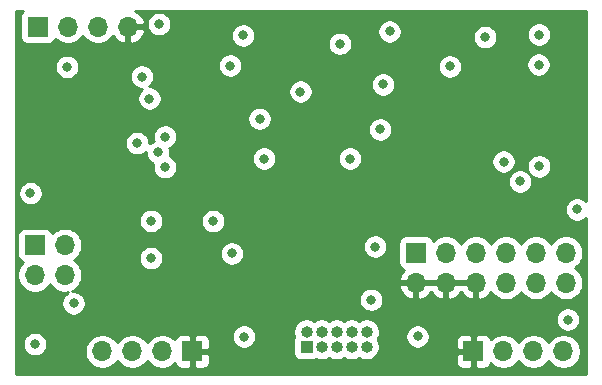
<source format=gbr>
%TF.GenerationSoftware,KiCad,Pcbnew,5.1.9-73d0e3b20d~88~ubuntu20.04.1*%
%TF.CreationDate,2021-02-15T14:30:30+00:00*%
%TF.ProjectId,daughter_board,64617567-6874-4657-925f-626f6172642e,rev?*%
%TF.SameCoordinates,Original*%
%TF.FileFunction,Copper,L3,Inr*%
%TF.FilePolarity,Positive*%
%FSLAX46Y46*%
G04 Gerber Fmt 4.6, Leading zero omitted, Abs format (unit mm)*
G04 Created by KiCad (PCBNEW 5.1.9-73d0e3b20d~88~ubuntu20.04.1) date 2021-02-15 14:30:30*
%MOMM*%
%LPD*%
G01*
G04 APERTURE LIST*
%TA.AperFunction,ComponentPad*%
%ADD10O,1.700000X1.700000*%
%TD*%
%TA.AperFunction,ComponentPad*%
%ADD11R,1.700000X1.700000*%
%TD*%
%TA.AperFunction,ComponentPad*%
%ADD12O,1.000000X1.000000*%
%TD*%
%TA.AperFunction,ComponentPad*%
%ADD13R,1.000000X1.000000*%
%TD*%
%TA.AperFunction,ViaPad*%
%ADD14C,0.800000*%
%TD*%
%TA.AperFunction,Conductor*%
%ADD15C,0.254000*%
%TD*%
%TA.AperFunction,Conductor*%
%ADD16C,0.150000*%
%TD*%
G04 APERTURE END LIST*
D10*
%TO.N,GND*%
%TO.C,J5*%
X154735000Y-121590000D03*
%TO.N,Net-(J5-Pad11)*%
X154735000Y-119050000D03*
%TO.N,GND*%
X152195000Y-121590000D03*
%TO.N,Net-(J5-Pad9)*%
X152195000Y-119050000D03*
%TO.N,GND*%
X149655000Y-121590000D03*
%TO.N,Net-(J5-Pad7)*%
X149655000Y-119050000D03*
%TO.N,VDD*%
X147115000Y-121590000D03*
%TO.N,Net-(J5-Pad5)*%
X147115000Y-119050000D03*
%TO.N,VDD*%
X144575000Y-121590000D03*
%TO.N,Net-(J5-Pad3)*%
X144575000Y-119050000D03*
%TO.N,VDD*%
X142035000Y-121590000D03*
D11*
%TO.N,Net-(J5-Pad1)*%
X142035000Y-119050000D03*
%TD*%
D10*
%TO.N,Net-(J2-Pad4)*%
%TO.C,J2*%
X112315000Y-120940000D03*
%TO.N,/RLED*%
X109775000Y-120940000D03*
%TO.N,Net-(J2-Pad2)*%
X112315000Y-118400000D03*
D11*
%TO.N,/GLED*%
X109775000Y-118400000D03*
%TD*%
D10*
%TO.N,/SDA*%
%TO.C,APDS9930*%
X115480000Y-127400000D03*
%TO.N,/SCL*%
X118020000Y-127400000D03*
%TO.N,GND*%
X120560000Y-127400000D03*
D11*
%TO.N,VDD*%
X123100000Y-127400000D03*
%TD*%
D10*
%TO.N,/SDA*%
%TO.C,AHT10*%
X154520000Y-127400000D03*
%TO.N,/SCL*%
X151980000Y-127400000D03*
%TO.N,GND*%
X149440000Y-127400000D03*
D11*
%TO.N,VDD*%
X146900000Y-127400000D03*
%TD*%
D12*
%TO.N,/XDS_RESET*%
%TO.C,J3*%
X137855000Y-125730000D03*
%TO.N,GND*%
X137855000Y-127000000D03*
%TO.N,/XDS_TDI*%
X136585000Y-125730000D03*
%TO.N,N/C*%
X136585000Y-127000000D03*
%TO.N,/XDS_TDO*%
X135315000Y-125730000D03*
%TO.N,GND*%
X135315000Y-127000000D03*
%TO.N,/XDS_TCK*%
X134045000Y-125730000D03*
%TO.N,GND*%
X134045000Y-127000000D03*
%TO.N,/XDS-TMS*%
X132775000Y-125730000D03*
D13*
%TO.N,VCC*%
X132775000Y-127000000D03*
%TD*%
D10*
%TO.N,VDD*%
%TO.C,J1*%
X117645000Y-99900000D03*
%TO.N,/UART_RXD*%
X115105000Y-99900000D03*
%TO.N,/UART_TXD*%
X112565000Y-99900000D03*
D11*
%TO.N,GND*%
X110025000Y-99900000D03*
%TD*%
D14*
%TO.N,/XDS_RESET*%
X150850000Y-113000000D03*
%TO.N,GND*%
X149450000Y-111325000D03*
X119600000Y-119500000D03*
X109775000Y-126775000D03*
X113050000Y-123325000D03*
X127475000Y-126150000D03*
X142175000Y-126125000D03*
X152450000Y-100575000D03*
X152475000Y-111725000D03*
X138250000Y-123025000D03*
X127400000Y-100650000D03*
X112500000Y-103300000D03*
X135600000Y-101350000D03*
X129175000Y-111075000D03*
X136450000Y-111075000D03*
X144900000Y-103275000D03*
X152425000Y-103125000D03*
X132250000Y-105400000D03*
X139250000Y-104800000D03*
X118430000Y-109770000D03*
X109400000Y-114000000D03*
X154900000Y-124700000D03*
X139000000Y-108600000D03*
X128800000Y-107700000D03*
X126300000Y-103200000D03*
X120300000Y-99700000D03*
X147900000Y-100800000D03*
X139800000Y-100300000D03*
%TO.N,Net-(R2-Pad2)*%
X126450000Y-119100000D03*
%TO.N,/SPI_SCLK*%
X120775000Y-111800000D03*
%TO.N,/SPI_MOSI*%
X120175000Y-110550000D03*
%TO.N,/SPI_MISO*%
X120805000Y-109220000D03*
%TO.N,/FLASH_CS*%
X119625000Y-116350000D03*
X124860000Y-116375000D03*
X138575000Y-118525000D03*
%TO.N,/SDA*%
X119475000Y-106000000D03*
%TO.N,/SCL*%
X118825000Y-104125000D03*
%TO.N,VDD*%
X155175000Y-108050000D03*
X114800000Y-115250000D03*
X110500000Y-108400000D03*
X152738300Y-106836700D03*
X149125000Y-103825000D03*
X127111700Y-124188300D03*
%TO.N,Net-(R2-Pad1)*%
X155675000Y-115375000D03*
%TD*%
D15*
%TO.N,VDD*%
X108723815Y-98598815D02*
X108644463Y-98695506D01*
X108585498Y-98805820D01*
X108549188Y-98925518D01*
X108536928Y-99050000D01*
X108536928Y-100750000D01*
X108549188Y-100874482D01*
X108585498Y-100994180D01*
X108644463Y-101104494D01*
X108723815Y-101201185D01*
X108820506Y-101280537D01*
X108930820Y-101339502D01*
X109050518Y-101375812D01*
X109175000Y-101388072D01*
X110875000Y-101388072D01*
X110999482Y-101375812D01*
X111119180Y-101339502D01*
X111229494Y-101280537D01*
X111326185Y-101201185D01*
X111405537Y-101104494D01*
X111464502Y-100994180D01*
X111486513Y-100921620D01*
X111618368Y-101053475D01*
X111861589Y-101215990D01*
X112131842Y-101327932D01*
X112418740Y-101385000D01*
X112711260Y-101385000D01*
X112998158Y-101327932D01*
X113268411Y-101215990D01*
X113511632Y-101053475D01*
X113718475Y-100846632D01*
X113835000Y-100672240D01*
X113951525Y-100846632D01*
X114158368Y-101053475D01*
X114401589Y-101215990D01*
X114671842Y-101327932D01*
X114958740Y-101385000D01*
X115251260Y-101385000D01*
X115538158Y-101327932D01*
X115808411Y-101215990D01*
X116051632Y-101053475D01*
X116258475Y-100846632D01*
X116380195Y-100664466D01*
X116449822Y-100781355D01*
X116644731Y-100997588D01*
X116878080Y-101171641D01*
X117140901Y-101296825D01*
X117288110Y-101341476D01*
X117518000Y-101220155D01*
X117518000Y-100027000D01*
X117772000Y-100027000D01*
X117772000Y-101220155D01*
X118001890Y-101341476D01*
X118149099Y-101296825D01*
X118411920Y-101171641D01*
X118645269Y-100997588D01*
X118840178Y-100781355D01*
X118989157Y-100531252D01*
X119086481Y-100256891D01*
X118965814Y-100027000D01*
X117772000Y-100027000D01*
X117518000Y-100027000D01*
X117498000Y-100027000D01*
X117498000Y-99773000D01*
X117518000Y-99773000D01*
X117518000Y-99753000D01*
X117772000Y-99753000D01*
X117772000Y-99773000D01*
X118965814Y-99773000D01*
X119057637Y-99598061D01*
X119265000Y-99598061D01*
X119265000Y-99801939D01*
X119304774Y-100001898D01*
X119382795Y-100190256D01*
X119496063Y-100359774D01*
X119640226Y-100503937D01*
X119809744Y-100617205D01*
X119998102Y-100695226D01*
X120198061Y-100735000D01*
X120401939Y-100735000D01*
X120601898Y-100695226D01*
X120790256Y-100617205D01*
X120893737Y-100548061D01*
X126365000Y-100548061D01*
X126365000Y-100751939D01*
X126404774Y-100951898D01*
X126482795Y-101140256D01*
X126596063Y-101309774D01*
X126740226Y-101453937D01*
X126909744Y-101567205D01*
X127098102Y-101645226D01*
X127298061Y-101685000D01*
X127501939Y-101685000D01*
X127701898Y-101645226D01*
X127890256Y-101567205D01*
X128059774Y-101453937D01*
X128203937Y-101309774D01*
X128245172Y-101248061D01*
X134565000Y-101248061D01*
X134565000Y-101451939D01*
X134604774Y-101651898D01*
X134682795Y-101840256D01*
X134796063Y-102009774D01*
X134940226Y-102153937D01*
X135109744Y-102267205D01*
X135298102Y-102345226D01*
X135498061Y-102385000D01*
X135701939Y-102385000D01*
X135901898Y-102345226D01*
X136090256Y-102267205D01*
X136259774Y-102153937D01*
X136403937Y-102009774D01*
X136517205Y-101840256D01*
X136595226Y-101651898D01*
X136635000Y-101451939D01*
X136635000Y-101248061D01*
X136595226Y-101048102D01*
X136517205Y-100859744D01*
X136403937Y-100690226D01*
X136259774Y-100546063D01*
X136090256Y-100432795D01*
X135901898Y-100354774D01*
X135701939Y-100315000D01*
X135498061Y-100315000D01*
X135298102Y-100354774D01*
X135109744Y-100432795D01*
X134940226Y-100546063D01*
X134796063Y-100690226D01*
X134682795Y-100859744D01*
X134604774Y-101048102D01*
X134565000Y-101248061D01*
X128245172Y-101248061D01*
X128317205Y-101140256D01*
X128395226Y-100951898D01*
X128435000Y-100751939D01*
X128435000Y-100548061D01*
X128395226Y-100348102D01*
X128333077Y-100198061D01*
X138765000Y-100198061D01*
X138765000Y-100401939D01*
X138804774Y-100601898D01*
X138882795Y-100790256D01*
X138996063Y-100959774D01*
X139140226Y-101103937D01*
X139309744Y-101217205D01*
X139498102Y-101295226D01*
X139698061Y-101335000D01*
X139901939Y-101335000D01*
X140101898Y-101295226D01*
X140290256Y-101217205D01*
X140459774Y-101103937D01*
X140603937Y-100959774D01*
X140717205Y-100790256D01*
X140755393Y-100698061D01*
X146865000Y-100698061D01*
X146865000Y-100901939D01*
X146904774Y-101101898D01*
X146982795Y-101290256D01*
X147096063Y-101459774D01*
X147240226Y-101603937D01*
X147409744Y-101717205D01*
X147598102Y-101795226D01*
X147798061Y-101835000D01*
X148001939Y-101835000D01*
X148201898Y-101795226D01*
X148390256Y-101717205D01*
X148559774Y-101603937D01*
X148703937Y-101459774D01*
X148817205Y-101290256D01*
X148895226Y-101101898D01*
X148935000Y-100901939D01*
X148935000Y-100698061D01*
X148895226Y-100498102D01*
X148884854Y-100473061D01*
X151415000Y-100473061D01*
X151415000Y-100676939D01*
X151454774Y-100876898D01*
X151532795Y-101065256D01*
X151646063Y-101234774D01*
X151790226Y-101378937D01*
X151959744Y-101492205D01*
X152148102Y-101570226D01*
X152348061Y-101610000D01*
X152551939Y-101610000D01*
X152751898Y-101570226D01*
X152940256Y-101492205D01*
X153109774Y-101378937D01*
X153253937Y-101234774D01*
X153367205Y-101065256D01*
X153445226Y-100876898D01*
X153485000Y-100676939D01*
X153485000Y-100473061D01*
X153445226Y-100273102D01*
X153367205Y-100084744D01*
X153253937Y-99915226D01*
X153109774Y-99771063D01*
X152940256Y-99657795D01*
X152751898Y-99579774D01*
X152551939Y-99540000D01*
X152348061Y-99540000D01*
X152148102Y-99579774D01*
X151959744Y-99657795D01*
X151790226Y-99771063D01*
X151646063Y-99915226D01*
X151532795Y-100084744D01*
X151454774Y-100273102D01*
X151415000Y-100473061D01*
X148884854Y-100473061D01*
X148817205Y-100309744D01*
X148703937Y-100140226D01*
X148559774Y-99996063D01*
X148390256Y-99882795D01*
X148201898Y-99804774D01*
X148001939Y-99765000D01*
X147798061Y-99765000D01*
X147598102Y-99804774D01*
X147409744Y-99882795D01*
X147240226Y-99996063D01*
X147096063Y-100140226D01*
X146982795Y-100309744D01*
X146904774Y-100498102D01*
X146865000Y-100698061D01*
X140755393Y-100698061D01*
X140795226Y-100601898D01*
X140835000Y-100401939D01*
X140835000Y-100198061D01*
X140795226Y-99998102D01*
X140717205Y-99809744D01*
X140603937Y-99640226D01*
X140459774Y-99496063D01*
X140290256Y-99382795D01*
X140101898Y-99304774D01*
X139901939Y-99265000D01*
X139698061Y-99265000D01*
X139498102Y-99304774D01*
X139309744Y-99382795D01*
X139140226Y-99496063D01*
X138996063Y-99640226D01*
X138882795Y-99809744D01*
X138804774Y-99998102D01*
X138765000Y-100198061D01*
X128333077Y-100198061D01*
X128317205Y-100159744D01*
X128203937Y-99990226D01*
X128059774Y-99846063D01*
X127890256Y-99732795D01*
X127701898Y-99654774D01*
X127501939Y-99615000D01*
X127298061Y-99615000D01*
X127098102Y-99654774D01*
X126909744Y-99732795D01*
X126740226Y-99846063D01*
X126596063Y-99990226D01*
X126482795Y-100159744D01*
X126404774Y-100348102D01*
X126365000Y-100548061D01*
X120893737Y-100548061D01*
X120959774Y-100503937D01*
X121103937Y-100359774D01*
X121217205Y-100190256D01*
X121295226Y-100001898D01*
X121335000Y-99801939D01*
X121335000Y-99598061D01*
X121295226Y-99398102D01*
X121217205Y-99209744D01*
X121103937Y-99040226D01*
X120959774Y-98896063D01*
X120790256Y-98782795D01*
X120601898Y-98704774D01*
X120401939Y-98665000D01*
X120198061Y-98665000D01*
X119998102Y-98704774D01*
X119809744Y-98782795D01*
X119640226Y-98896063D01*
X119496063Y-99040226D01*
X119382795Y-99209744D01*
X119304774Y-99398102D01*
X119265000Y-99598061D01*
X119057637Y-99598061D01*
X119086481Y-99543109D01*
X118989157Y-99268748D01*
X118840178Y-99018645D01*
X118645269Y-98802412D01*
X118411920Y-98628359D01*
X118268402Y-98560000D01*
X156440001Y-98560000D01*
X156440000Y-114676289D01*
X156334774Y-114571063D01*
X156165256Y-114457795D01*
X155976898Y-114379774D01*
X155776939Y-114340000D01*
X155573061Y-114340000D01*
X155373102Y-114379774D01*
X155184744Y-114457795D01*
X155015226Y-114571063D01*
X154871063Y-114715226D01*
X154757795Y-114884744D01*
X154679774Y-115073102D01*
X154640000Y-115273061D01*
X154640000Y-115476939D01*
X154679774Y-115676898D01*
X154757795Y-115865256D01*
X154871063Y-116034774D01*
X155015226Y-116178937D01*
X155184744Y-116292205D01*
X155373102Y-116370226D01*
X155573061Y-116410000D01*
X155776939Y-116410000D01*
X155976898Y-116370226D01*
X156165256Y-116292205D01*
X156334774Y-116178937D01*
X156440000Y-116073711D01*
X156440000Y-119932418D01*
X156440001Y-119932428D01*
X156440000Y-129340000D01*
X108160000Y-129340000D01*
X108160000Y-126673061D01*
X108740000Y-126673061D01*
X108740000Y-126876939D01*
X108779774Y-127076898D01*
X108857795Y-127265256D01*
X108971063Y-127434774D01*
X109115226Y-127578937D01*
X109284744Y-127692205D01*
X109473102Y-127770226D01*
X109673061Y-127810000D01*
X109876939Y-127810000D01*
X110076898Y-127770226D01*
X110265256Y-127692205D01*
X110434774Y-127578937D01*
X110578937Y-127434774D01*
X110692205Y-127265256D01*
X110696975Y-127253740D01*
X113995000Y-127253740D01*
X113995000Y-127546260D01*
X114052068Y-127833158D01*
X114164010Y-128103411D01*
X114326525Y-128346632D01*
X114533368Y-128553475D01*
X114776589Y-128715990D01*
X115046842Y-128827932D01*
X115333740Y-128885000D01*
X115626260Y-128885000D01*
X115913158Y-128827932D01*
X116183411Y-128715990D01*
X116426632Y-128553475D01*
X116633475Y-128346632D01*
X116750000Y-128172240D01*
X116866525Y-128346632D01*
X117073368Y-128553475D01*
X117316589Y-128715990D01*
X117586842Y-128827932D01*
X117873740Y-128885000D01*
X118166260Y-128885000D01*
X118453158Y-128827932D01*
X118723411Y-128715990D01*
X118966632Y-128553475D01*
X119173475Y-128346632D01*
X119290000Y-128172240D01*
X119406525Y-128346632D01*
X119613368Y-128553475D01*
X119856589Y-128715990D01*
X120126842Y-128827932D01*
X120413740Y-128885000D01*
X120706260Y-128885000D01*
X120993158Y-128827932D01*
X121263411Y-128715990D01*
X121506632Y-128553475D01*
X121638487Y-128421620D01*
X121660498Y-128494180D01*
X121719463Y-128604494D01*
X121798815Y-128701185D01*
X121895506Y-128780537D01*
X122005820Y-128839502D01*
X122125518Y-128875812D01*
X122250000Y-128888072D01*
X122814250Y-128885000D01*
X122973000Y-128726250D01*
X122973000Y-127527000D01*
X123227000Y-127527000D01*
X123227000Y-128726250D01*
X123385750Y-128885000D01*
X123950000Y-128888072D01*
X124074482Y-128875812D01*
X124194180Y-128839502D01*
X124304494Y-128780537D01*
X124401185Y-128701185D01*
X124480537Y-128604494D01*
X124539502Y-128494180D01*
X124575812Y-128374482D01*
X124588072Y-128250000D01*
X145411928Y-128250000D01*
X145424188Y-128374482D01*
X145460498Y-128494180D01*
X145519463Y-128604494D01*
X145598815Y-128701185D01*
X145695506Y-128780537D01*
X145805820Y-128839502D01*
X145925518Y-128875812D01*
X146050000Y-128888072D01*
X146614250Y-128885000D01*
X146773000Y-128726250D01*
X146773000Y-127527000D01*
X145573750Y-127527000D01*
X145415000Y-127685750D01*
X145411928Y-128250000D01*
X124588072Y-128250000D01*
X124585000Y-127685750D01*
X124426250Y-127527000D01*
X123227000Y-127527000D01*
X122973000Y-127527000D01*
X122953000Y-127527000D01*
X122953000Y-127273000D01*
X122973000Y-127273000D01*
X122973000Y-126073750D01*
X123227000Y-126073750D01*
X123227000Y-127273000D01*
X124426250Y-127273000D01*
X124585000Y-127114250D01*
X124588072Y-126550000D01*
X124575812Y-126425518D01*
X124539502Y-126305820D01*
X124480537Y-126195506D01*
X124401185Y-126098815D01*
X124339341Y-126048061D01*
X126440000Y-126048061D01*
X126440000Y-126251939D01*
X126479774Y-126451898D01*
X126557795Y-126640256D01*
X126671063Y-126809774D01*
X126815226Y-126953937D01*
X126984744Y-127067205D01*
X127173102Y-127145226D01*
X127373061Y-127185000D01*
X127576939Y-127185000D01*
X127776898Y-127145226D01*
X127965256Y-127067205D01*
X128134774Y-126953937D01*
X128278937Y-126809774D01*
X128392205Y-126640256D01*
X128450301Y-126500000D01*
X131636928Y-126500000D01*
X131636928Y-127500000D01*
X131649188Y-127624482D01*
X131685498Y-127744180D01*
X131744463Y-127854494D01*
X131823815Y-127951185D01*
X131920506Y-128030537D01*
X132030820Y-128089502D01*
X132150518Y-128125812D01*
X132275000Y-128138072D01*
X133275000Y-128138072D01*
X133399482Y-128125812D01*
X133519180Y-128089502D01*
X133602226Y-128045112D01*
X133713933Y-128091383D01*
X133933212Y-128135000D01*
X134156788Y-128135000D01*
X134376067Y-128091383D01*
X134582624Y-128005824D01*
X134680000Y-127940759D01*
X134777376Y-128005824D01*
X134983933Y-128091383D01*
X135203212Y-128135000D01*
X135426788Y-128135000D01*
X135646067Y-128091383D01*
X135852624Y-128005824D01*
X135950000Y-127940759D01*
X136047376Y-128005824D01*
X136253933Y-128091383D01*
X136473212Y-128135000D01*
X136696788Y-128135000D01*
X136916067Y-128091383D01*
X137122624Y-128005824D01*
X137220000Y-127940759D01*
X137317376Y-128005824D01*
X137523933Y-128091383D01*
X137743212Y-128135000D01*
X137966788Y-128135000D01*
X138186067Y-128091383D01*
X138392624Y-128005824D01*
X138578520Y-127881612D01*
X138736612Y-127723520D01*
X138860824Y-127537624D01*
X138946383Y-127331067D01*
X138990000Y-127111788D01*
X138990000Y-126888212D01*
X138946383Y-126668933D01*
X138860824Y-126462376D01*
X138795759Y-126365000D01*
X138860824Y-126267624D01*
X138946383Y-126061067D01*
X138953942Y-126023061D01*
X141140000Y-126023061D01*
X141140000Y-126226939D01*
X141179774Y-126426898D01*
X141257795Y-126615256D01*
X141371063Y-126784774D01*
X141515226Y-126928937D01*
X141684744Y-127042205D01*
X141873102Y-127120226D01*
X142073061Y-127160000D01*
X142276939Y-127160000D01*
X142476898Y-127120226D01*
X142665256Y-127042205D01*
X142834774Y-126928937D01*
X142978937Y-126784774D01*
X143092205Y-126615256D01*
X143119235Y-126550000D01*
X145411928Y-126550000D01*
X145415000Y-127114250D01*
X145573750Y-127273000D01*
X146773000Y-127273000D01*
X146773000Y-126073750D01*
X147027000Y-126073750D01*
X147027000Y-127273000D01*
X147047000Y-127273000D01*
X147047000Y-127527000D01*
X147027000Y-127527000D01*
X147027000Y-128726250D01*
X147185750Y-128885000D01*
X147750000Y-128888072D01*
X147874482Y-128875812D01*
X147994180Y-128839502D01*
X148104494Y-128780537D01*
X148201185Y-128701185D01*
X148280537Y-128604494D01*
X148339502Y-128494180D01*
X148361513Y-128421620D01*
X148493368Y-128553475D01*
X148736589Y-128715990D01*
X149006842Y-128827932D01*
X149293740Y-128885000D01*
X149586260Y-128885000D01*
X149873158Y-128827932D01*
X150143411Y-128715990D01*
X150386632Y-128553475D01*
X150593475Y-128346632D01*
X150710000Y-128172240D01*
X150826525Y-128346632D01*
X151033368Y-128553475D01*
X151276589Y-128715990D01*
X151546842Y-128827932D01*
X151833740Y-128885000D01*
X152126260Y-128885000D01*
X152413158Y-128827932D01*
X152683411Y-128715990D01*
X152926632Y-128553475D01*
X153133475Y-128346632D01*
X153250000Y-128172240D01*
X153366525Y-128346632D01*
X153573368Y-128553475D01*
X153816589Y-128715990D01*
X154086842Y-128827932D01*
X154373740Y-128885000D01*
X154666260Y-128885000D01*
X154953158Y-128827932D01*
X155223411Y-128715990D01*
X155466632Y-128553475D01*
X155673475Y-128346632D01*
X155835990Y-128103411D01*
X155947932Y-127833158D01*
X156005000Y-127546260D01*
X156005000Y-127253740D01*
X155947932Y-126966842D01*
X155835990Y-126696589D01*
X155673475Y-126453368D01*
X155466632Y-126246525D01*
X155223411Y-126084010D01*
X154953158Y-125972068D01*
X154666260Y-125915000D01*
X154373740Y-125915000D01*
X154086842Y-125972068D01*
X153816589Y-126084010D01*
X153573368Y-126246525D01*
X153366525Y-126453368D01*
X153250000Y-126627760D01*
X153133475Y-126453368D01*
X152926632Y-126246525D01*
X152683411Y-126084010D01*
X152413158Y-125972068D01*
X152126260Y-125915000D01*
X151833740Y-125915000D01*
X151546842Y-125972068D01*
X151276589Y-126084010D01*
X151033368Y-126246525D01*
X150826525Y-126453368D01*
X150710000Y-126627760D01*
X150593475Y-126453368D01*
X150386632Y-126246525D01*
X150143411Y-126084010D01*
X149873158Y-125972068D01*
X149586260Y-125915000D01*
X149293740Y-125915000D01*
X149006842Y-125972068D01*
X148736589Y-126084010D01*
X148493368Y-126246525D01*
X148361513Y-126378380D01*
X148339502Y-126305820D01*
X148280537Y-126195506D01*
X148201185Y-126098815D01*
X148104494Y-126019463D01*
X147994180Y-125960498D01*
X147874482Y-125924188D01*
X147750000Y-125911928D01*
X147185750Y-125915000D01*
X147027000Y-126073750D01*
X146773000Y-126073750D01*
X146614250Y-125915000D01*
X146050000Y-125911928D01*
X145925518Y-125924188D01*
X145805820Y-125960498D01*
X145695506Y-126019463D01*
X145598815Y-126098815D01*
X145519463Y-126195506D01*
X145460498Y-126305820D01*
X145424188Y-126425518D01*
X145411928Y-126550000D01*
X143119235Y-126550000D01*
X143170226Y-126426898D01*
X143210000Y-126226939D01*
X143210000Y-126023061D01*
X143170226Y-125823102D01*
X143092205Y-125634744D01*
X142978937Y-125465226D01*
X142834774Y-125321063D01*
X142665256Y-125207795D01*
X142476898Y-125129774D01*
X142276939Y-125090000D01*
X142073061Y-125090000D01*
X141873102Y-125129774D01*
X141684744Y-125207795D01*
X141515226Y-125321063D01*
X141371063Y-125465226D01*
X141257795Y-125634744D01*
X141179774Y-125823102D01*
X141140000Y-126023061D01*
X138953942Y-126023061D01*
X138990000Y-125841788D01*
X138990000Y-125618212D01*
X138946383Y-125398933D01*
X138860824Y-125192376D01*
X138736612Y-125006480D01*
X138578520Y-124848388D01*
X138392624Y-124724176D01*
X138186067Y-124638617D01*
X137982177Y-124598061D01*
X153865000Y-124598061D01*
X153865000Y-124801939D01*
X153904774Y-125001898D01*
X153982795Y-125190256D01*
X154096063Y-125359774D01*
X154240226Y-125503937D01*
X154409744Y-125617205D01*
X154598102Y-125695226D01*
X154798061Y-125735000D01*
X155001939Y-125735000D01*
X155201898Y-125695226D01*
X155390256Y-125617205D01*
X155559774Y-125503937D01*
X155703937Y-125359774D01*
X155817205Y-125190256D01*
X155895226Y-125001898D01*
X155935000Y-124801939D01*
X155935000Y-124598061D01*
X155895226Y-124398102D01*
X155817205Y-124209744D01*
X155703937Y-124040226D01*
X155559774Y-123896063D01*
X155390256Y-123782795D01*
X155201898Y-123704774D01*
X155001939Y-123665000D01*
X154798061Y-123665000D01*
X154598102Y-123704774D01*
X154409744Y-123782795D01*
X154240226Y-123896063D01*
X154096063Y-124040226D01*
X153982795Y-124209744D01*
X153904774Y-124398102D01*
X153865000Y-124598061D01*
X137982177Y-124598061D01*
X137966788Y-124595000D01*
X137743212Y-124595000D01*
X137523933Y-124638617D01*
X137317376Y-124724176D01*
X137220000Y-124789241D01*
X137122624Y-124724176D01*
X136916067Y-124638617D01*
X136696788Y-124595000D01*
X136473212Y-124595000D01*
X136253933Y-124638617D01*
X136047376Y-124724176D01*
X135950000Y-124789241D01*
X135852624Y-124724176D01*
X135646067Y-124638617D01*
X135426788Y-124595000D01*
X135203212Y-124595000D01*
X134983933Y-124638617D01*
X134777376Y-124724176D01*
X134680000Y-124789241D01*
X134582624Y-124724176D01*
X134376067Y-124638617D01*
X134156788Y-124595000D01*
X133933212Y-124595000D01*
X133713933Y-124638617D01*
X133507376Y-124724176D01*
X133410000Y-124789241D01*
X133312624Y-124724176D01*
X133106067Y-124638617D01*
X132886788Y-124595000D01*
X132663212Y-124595000D01*
X132443933Y-124638617D01*
X132237376Y-124724176D01*
X132051480Y-124848388D01*
X131893388Y-125006480D01*
X131769176Y-125192376D01*
X131683617Y-125398933D01*
X131640000Y-125618212D01*
X131640000Y-125841788D01*
X131683617Y-126061067D01*
X131729888Y-126172774D01*
X131685498Y-126255820D01*
X131649188Y-126375518D01*
X131636928Y-126500000D01*
X128450301Y-126500000D01*
X128470226Y-126451898D01*
X128510000Y-126251939D01*
X128510000Y-126048061D01*
X128470226Y-125848102D01*
X128392205Y-125659744D01*
X128278937Y-125490226D01*
X128134774Y-125346063D01*
X127965256Y-125232795D01*
X127776898Y-125154774D01*
X127576939Y-125115000D01*
X127373061Y-125115000D01*
X127173102Y-125154774D01*
X126984744Y-125232795D01*
X126815226Y-125346063D01*
X126671063Y-125490226D01*
X126557795Y-125659744D01*
X126479774Y-125848102D01*
X126440000Y-126048061D01*
X124339341Y-126048061D01*
X124304494Y-126019463D01*
X124194180Y-125960498D01*
X124074482Y-125924188D01*
X123950000Y-125911928D01*
X123385750Y-125915000D01*
X123227000Y-126073750D01*
X122973000Y-126073750D01*
X122814250Y-125915000D01*
X122250000Y-125911928D01*
X122125518Y-125924188D01*
X122005820Y-125960498D01*
X121895506Y-126019463D01*
X121798815Y-126098815D01*
X121719463Y-126195506D01*
X121660498Y-126305820D01*
X121638487Y-126378380D01*
X121506632Y-126246525D01*
X121263411Y-126084010D01*
X120993158Y-125972068D01*
X120706260Y-125915000D01*
X120413740Y-125915000D01*
X120126842Y-125972068D01*
X119856589Y-126084010D01*
X119613368Y-126246525D01*
X119406525Y-126453368D01*
X119290000Y-126627760D01*
X119173475Y-126453368D01*
X118966632Y-126246525D01*
X118723411Y-126084010D01*
X118453158Y-125972068D01*
X118166260Y-125915000D01*
X117873740Y-125915000D01*
X117586842Y-125972068D01*
X117316589Y-126084010D01*
X117073368Y-126246525D01*
X116866525Y-126453368D01*
X116750000Y-126627760D01*
X116633475Y-126453368D01*
X116426632Y-126246525D01*
X116183411Y-126084010D01*
X115913158Y-125972068D01*
X115626260Y-125915000D01*
X115333740Y-125915000D01*
X115046842Y-125972068D01*
X114776589Y-126084010D01*
X114533368Y-126246525D01*
X114326525Y-126453368D01*
X114164010Y-126696589D01*
X114052068Y-126966842D01*
X113995000Y-127253740D01*
X110696975Y-127253740D01*
X110770226Y-127076898D01*
X110810000Y-126876939D01*
X110810000Y-126673061D01*
X110770226Y-126473102D01*
X110692205Y-126284744D01*
X110578937Y-126115226D01*
X110434774Y-125971063D01*
X110265256Y-125857795D01*
X110076898Y-125779774D01*
X109876939Y-125740000D01*
X109673061Y-125740000D01*
X109473102Y-125779774D01*
X109284744Y-125857795D01*
X109115226Y-125971063D01*
X108971063Y-126115226D01*
X108857795Y-126284744D01*
X108779774Y-126473102D01*
X108740000Y-126673061D01*
X108160000Y-126673061D01*
X108160000Y-117550000D01*
X108286928Y-117550000D01*
X108286928Y-119250000D01*
X108299188Y-119374482D01*
X108335498Y-119494180D01*
X108394463Y-119604494D01*
X108473815Y-119701185D01*
X108570506Y-119780537D01*
X108680820Y-119839502D01*
X108753380Y-119861513D01*
X108621525Y-119993368D01*
X108459010Y-120236589D01*
X108347068Y-120506842D01*
X108290000Y-120793740D01*
X108290000Y-121086260D01*
X108347068Y-121373158D01*
X108459010Y-121643411D01*
X108621525Y-121886632D01*
X108828368Y-122093475D01*
X109071589Y-122255990D01*
X109341842Y-122367932D01*
X109628740Y-122425000D01*
X109921260Y-122425000D01*
X110208158Y-122367932D01*
X110478411Y-122255990D01*
X110721632Y-122093475D01*
X110928475Y-121886632D01*
X111045000Y-121712240D01*
X111161525Y-121886632D01*
X111368368Y-122093475D01*
X111611589Y-122255990D01*
X111881842Y-122367932D01*
X112168740Y-122425000D01*
X112461260Y-122425000D01*
X112570821Y-122403207D01*
X112559744Y-122407795D01*
X112390226Y-122521063D01*
X112246063Y-122665226D01*
X112132795Y-122834744D01*
X112054774Y-123023102D01*
X112015000Y-123223061D01*
X112015000Y-123426939D01*
X112054774Y-123626898D01*
X112132795Y-123815256D01*
X112246063Y-123984774D01*
X112390226Y-124128937D01*
X112559744Y-124242205D01*
X112748102Y-124320226D01*
X112948061Y-124360000D01*
X113151939Y-124360000D01*
X113351898Y-124320226D01*
X113540256Y-124242205D01*
X113709774Y-124128937D01*
X113853937Y-123984774D01*
X113967205Y-123815256D01*
X114045226Y-123626898D01*
X114085000Y-123426939D01*
X114085000Y-123223061D01*
X114045226Y-123023102D01*
X114003788Y-122923061D01*
X137215000Y-122923061D01*
X137215000Y-123126939D01*
X137254774Y-123326898D01*
X137332795Y-123515256D01*
X137446063Y-123684774D01*
X137590226Y-123828937D01*
X137759744Y-123942205D01*
X137948102Y-124020226D01*
X138148061Y-124060000D01*
X138351939Y-124060000D01*
X138551898Y-124020226D01*
X138740256Y-123942205D01*
X138909774Y-123828937D01*
X139053937Y-123684774D01*
X139167205Y-123515256D01*
X139245226Y-123326898D01*
X139285000Y-123126939D01*
X139285000Y-122923061D01*
X139245226Y-122723102D01*
X139167205Y-122534744D01*
X139053937Y-122365226D01*
X138909774Y-122221063D01*
X138740256Y-122107795D01*
X138551898Y-122029774D01*
X138351939Y-121990000D01*
X138148061Y-121990000D01*
X137948102Y-122029774D01*
X137759744Y-122107795D01*
X137590226Y-122221063D01*
X137446063Y-122365226D01*
X137332795Y-122534744D01*
X137254774Y-122723102D01*
X137215000Y-122923061D01*
X114003788Y-122923061D01*
X113967205Y-122834744D01*
X113853937Y-122665226D01*
X113709774Y-122521063D01*
X113540256Y-122407795D01*
X113351898Y-122329774D01*
X113151939Y-122290000D01*
X112948061Y-122290000D01*
X112925441Y-122294499D01*
X113018411Y-122255990D01*
X113261632Y-122093475D01*
X113408216Y-121946891D01*
X140593519Y-121946891D01*
X140690843Y-122221252D01*
X140839822Y-122471355D01*
X141034731Y-122687588D01*
X141268080Y-122861641D01*
X141530901Y-122986825D01*
X141678110Y-123031476D01*
X141908000Y-122910155D01*
X141908000Y-121717000D01*
X142162000Y-121717000D01*
X142162000Y-122910155D01*
X142391890Y-123031476D01*
X142539099Y-122986825D01*
X142801920Y-122861641D01*
X143035269Y-122687588D01*
X143230178Y-122471355D01*
X143305000Y-122345745D01*
X143379822Y-122471355D01*
X143574731Y-122687588D01*
X143808080Y-122861641D01*
X144070901Y-122986825D01*
X144218110Y-123031476D01*
X144448000Y-122910155D01*
X144448000Y-121717000D01*
X144702000Y-121717000D01*
X144702000Y-122910155D01*
X144931890Y-123031476D01*
X145079099Y-122986825D01*
X145341920Y-122861641D01*
X145575269Y-122687588D01*
X145770178Y-122471355D01*
X145845000Y-122345745D01*
X145919822Y-122471355D01*
X146114731Y-122687588D01*
X146348080Y-122861641D01*
X146610901Y-122986825D01*
X146758110Y-123031476D01*
X146988000Y-122910155D01*
X146988000Y-121717000D01*
X144702000Y-121717000D01*
X144448000Y-121717000D01*
X142162000Y-121717000D01*
X141908000Y-121717000D01*
X140714186Y-121717000D01*
X140593519Y-121946891D01*
X113408216Y-121946891D01*
X113468475Y-121886632D01*
X113630990Y-121643411D01*
X113742932Y-121373158D01*
X113800000Y-121086260D01*
X113800000Y-120793740D01*
X113742932Y-120506842D01*
X113630990Y-120236589D01*
X113468475Y-119993368D01*
X113261632Y-119786525D01*
X113087240Y-119670000D01*
X113261632Y-119553475D01*
X113417046Y-119398061D01*
X118565000Y-119398061D01*
X118565000Y-119601939D01*
X118604774Y-119801898D01*
X118682795Y-119990256D01*
X118796063Y-120159774D01*
X118940226Y-120303937D01*
X119109744Y-120417205D01*
X119298102Y-120495226D01*
X119498061Y-120535000D01*
X119701939Y-120535000D01*
X119901898Y-120495226D01*
X120090256Y-120417205D01*
X120259774Y-120303937D01*
X120403937Y-120159774D01*
X120517205Y-119990256D01*
X120595226Y-119801898D01*
X120635000Y-119601939D01*
X120635000Y-119398061D01*
X120595226Y-119198102D01*
X120517205Y-119009744D01*
X120509399Y-118998061D01*
X125415000Y-118998061D01*
X125415000Y-119201939D01*
X125454774Y-119401898D01*
X125532795Y-119590256D01*
X125646063Y-119759774D01*
X125790226Y-119903937D01*
X125959744Y-120017205D01*
X126148102Y-120095226D01*
X126348061Y-120135000D01*
X126551939Y-120135000D01*
X126751898Y-120095226D01*
X126940256Y-120017205D01*
X127109774Y-119903937D01*
X127253937Y-119759774D01*
X127367205Y-119590256D01*
X127445226Y-119401898D01*
X127485000Y-119201939D01*
X127485000Y-118998061D01*
X127445226Y-118798102D01*
X127367205Y-118609744D01*
X127253937Y-118440226D01*
X127236772Y-118423061D01*
X137540000Y-118423061D01*
X137540000Y-118626939D01*
X137579774Y-118826898D01*
X137657795Y-119015256D01*
X137771063Y-119184774D01*
X137915226Y-119328937D01*
X138084744Y-119442205D01*
X138273102Y-119520226D01*
X138473061Y-119560000D01*
X138676939Y-119560000D01*
X138876898Y-119520226D01*
X139065256Y-119442205D01*
X139234774Y-119328937D01*
X139378937Y-119184774D01*
X139492205Y-119015256D01*
X139570226Y-118826898D01*
X139610000Y-118626939D01*
X139610000Y-118423061D01*
X139570226Y-118223102D01*
X139560657Y-118200000D01*
X140546928Y-118200000D01*
X140546928Y-119900000D01*
X140559188Y-120024482D01*
X140595498Y-120144180D01*
X140654463Y-120254494D01*
X140733815Y-120351185D01*
X140830506Y-120430537D01*
X140940820Y-120489502D01*
X141016626Y-120512498D01*
X140839822Y-120708645D01*
X140690843Y-120958748D01*
X140593519Y-121233109D01*
X140714186Y-121463000D01*
X141908000Y-121463000D01*
X141908000Y-121443000D01*
X142162000Y-121443000D01*
X142162000Y-121463000D01*
X144448000Y-121463000D01*
X144448000Y-121443000D01*
X144702000Y-121443000D01*
X144702000Y-121463000D01*
X146988000Y-121463000D01*
X146988000Y-121443000D01*
X147242000Y-121443000D01*
X147242000Y-121463000D01*
X147262000Y-121463000D01*
X147262000Y-121717000D01*
X147242000Y-121717000D01*
X147242000Y-122910155D01*
X147471890Y-123031476D01*
X147619099Y-122986825D01*
X147881920Y-122861641D01*
X148115269Y-122687588D01*
X148310178Y-122471355D01*
X148379805Y-122354466D01*
X148501525Y-122536632D01*
X148708368Y-122743475D01*
X148951589Y-122905990D01*
X149221842Y-123017932D01*
X149508740Y-123075000D01*
X149801260Y-123075000D01*
X150088158Y-123017932D01*
X150358411Y-122905990D01*
X150601632Y-122743475D01*
X150808475Y-122536632D01*
X150925000Y-122362240D01*
X151041525Y-122536632D01*
X151248368Y-122743475D01*
X151491589Y-122905990D01*
X151761842Y-123017932D01*
X152048740Y-123075000D01*
X152341260Y-123075000D01*
X152628158Y-123017932D01*
X152898411Y-122905990D01*
X153141632Y-122743475D01*
X153348475Y-122536632D01*
X153465000Y-122362240D01*
X153581525Y-122536632D01*
X153788368Y-122743475D01*
X154031589Y-122905990D01*
X154301842Y-123017932D01*
X154588740Y-123075000D01*
X154881260Y-123075000D01*
X155168158Y-123017932D01*
X155438411Y-122905990D01*
X155681632Y-122743475D01*
X155888475Y-122536632D01*
X156050990Y-122293411D01*
X156162932Y-122023158D01*
X156220000Y-121736260D01*
X156220000Y-121443740D01*
X156162932Y-121156842D01*
X156050990Y-120886589D01*
X155888475Y-120643368D01*
X155681632Y-120436525D01*
X155507240Y-120320000D01*
X155681632Y-120203475D01*
X155888475Y-119996632D01*
X156050990Y-119753411D01*
X156162932Y-119483158D01*
X156220000Y-119196260D01*
X156220000Y-118903740D01*
X156162932Y-118616842D01*
X156050990Y-118346589D01*
X155888475Y-118103368D01*
X155681632Y-117896525D01*
X155438411Y-117734010D01*
X155168158Y-117622068D01*
X154881260Y-117565000D01*
X154588740Y-117565000D01*
X154301842Y-117622068D01*
X154031589Y-117734010D01*
X153788368Y-117896525D01*
X153581525Y-118103368D01*
X153465000Y-118277760D01*
X153348475Y-118103368D01*
X153141632Y-117896525D01*
X152898411Y-117734010D01*
X152628158Y-117622068D01*
X152341260Y-117565000D01*
X152048740Y-117565000D01*
X151761842Y-117622068D01*
X151491589Y-117734010D01*
X151248368Y-117896525D01*
X151041525Y-118103368D01*
X150925000Y-118277760D01*
X150808475Y-118103368D01*
X150601632Y-117896525D01*
X150358411Y-117734010D01*
X150088158Y-117622068D01*
X149801260Y-117565000D01*
X149508740Y-117565000D01*
X149221842Y-117622068D01*
X148951589Y-117734010D01*
X148708368Y-117896525D01*
X148501525Y-118103368D01*
X148385000Y-118277760D01*
X148268475Y-118103368D01*
X148061632Y-117896525D01*
X147818411Y-117734010D01*
X147548158Y-117622068D01*
X147261260Y-117565000D01*
X146968740Y-117565000D01*
X146681842Y-117622068D01*
X146411589Y-117734010D01*
X146168368Y-117896525D01*
X145961525Y-118103368D01*
X145845000Y-118277760D01*
X145728475Y-118103368D01*
X145521632Y-117896525D01*
X145278411Y-117734010D01*
X145008158Y-117622068D01*
X144721260Y-117565000D01*
X144428740Y-117565000D01*
X144141842Y-117622068D01*
X143871589Y-117734010D01*
X143628368Y-117896525D01*
X143496513Y-118028380D01*
X143474502Y-117955820D01*
X143415537Y-117845506D01*
X143336185Y-117748815D01*
X143239494Y-117669463D01*
X143129180Y-117610498D01*
X143009482Y-117574188D01*
X142885000Y-117561928D01*
X141185000Y-117561928D01*
X141060518Y-117574188D01*
X140940820Y-117610498D01*
X140830506Y-117669463D01*
X140733815Y-117748815D01*
X140654463Y-117845506D01*
X140595498Y-117955820D01*
X140559188Y-118075518D01*
X140546928Y-118200000D01*
X139560657Y-118200000D01*
X139492205Y-118034744D01*
X139378937Y-117865226D01*
X139234774Y-117721063D01*
X139065256Y-117607795D01*
X138876898Y-117529774D01*
X138676939Y-117490000D01*
X138473061Y-117490000D01*
X138273102Y-117529774D01*
X138084744Y-117607795D01*
X137915226Y-117721063D01*
X137771063Y-117865226D01*
X137657795Y-118034744D01*
X137579774Y-118223102D01*
X137540000Y-118423061D01*
X127236772Y-118423061D01*
X127109774Y-118296063D01*
X126940256Y-118182795D01*
X126751898Y-118104774D01*
X126551939Y-118065000D01*
X126348061Y-118065000D01*
X126148102Y-118104774D01*
X125959744Y-118182795D01*
X125790226Y-118296063D01*
X125646063Y-118440226D01*
X125532795Y-118609744D01*
X125454774Y-118798102D01*
X125415000Y-118998061D01*
X120509399Y-118998061D01*
X120403937Y-118840226D01*
X120259774Y-118696063D01*
X120090256Y-118582795D01*
X119901898Y-118504774D01*
X119701939Y-118465000D01*
X119498061Y-118465000D01*
X119298102Y-118504774D01*
X119109744Y-118582795D01*
X118940226Y-118696063D01*
X118796063Y-118840226D01*
X118682795Y-119009744D01*
X118604774Y-119198102D01*
X118565000Y-119398061D01*
X113417046Y-119398061D01*
X113468475Y-119346632D01*
X113630990Y-119103411D01*
X113742932Y-118833158D01*
X113800000Y-118546260D01*
X113800000Y-118253740D01*
X113742932Y-117966842D01*
X113630990Y-117696589D01*
X113468475Y-117453368D01*
X113261632Y-117246525D01*
X113018411Y-117084010D01*
X112748158Y-116972068D01*
X112461260Y-116915000D01*
X112168740Y-116915000D01*
X111881842Y-116972068D01*
X111611589Y-117084010D01*
X111368368Y-117246525D01*
X111236513Y-117378380D01*
X111214502Y-117305820D01*
X111155537Y-117195506D01*
X111076185Y-117098815D01*
X110979494Y-117019463D01*
X110869180Y-116960498D01*
X110749482Y-116924188D01*
X110625000Y-116911928D01*
X108925000Y-116911928D01*
X108800518Y-116924188D01*
X108680820Y-116960498D01*
X108570506Y-117019463D01*
X108473815Y-117098815D01*
X108394463Y-117195506D01*
X108335498Y-117305820D01*
X108299188Y-117425518D01*
X108286928Y-117550000D01*
X108160000Y-117550000D01*
X108160000Y-116248061D01*
X118590000Y-116248061D01*
X118590000Y-116451939D01*
X118629774Y-116651898D01*
X118707795Y-116840256D01*
X118821063Y-117009774D01*
X118965226Y-117153937D01*
X119134744Y-117267205D01*
X119323102Y-117345226D01*
X119523061Y-117385000D01*
X119726939Y-117385000D01*
X119926898Y-117345226D01*
X120115256Y-117267205D01*
X120284774Y-117153937D01*
X120428937Y-117009774D01*
X120542205Y-116840256D01*
X120620226Y-116651898D01*
X120660000Y-116451939D01*
X120660000Y-116273061D01*
X123825000Y-116273061D01*
X123825000Y-116476939D01*
X123864774Y-116676898D01*
X123942795Y-116865256D01*
X124056063Y-117034774D01*
X124200226Y-117178937D01*
X124369744Y-117292205D01*
X124558102Y-117370226D01*
X124758061Y-117410000D01*
X124961939Y-117410000D01*
X125161898Y-117370226D01*
X125350256Y-117292205D01*
X125519774Y-117178937D01*
X125663937Y-117034774D01*
X125777205Y-116865256D01*
X125855226Y-116676898D01*
X125895000Y-116476939D01*
X125895000Y-116273061D01*
X125855226Y-116073102D01*
X125777205Y-115884744D01*
X125663937Y-115715226D01*
X125519774Y-115571063D01*
X125350256Y-115457795D01*
X125161898Y-115379774D01*
X124961939Y-115340000D01*
X124758061Y-115340000D01*
X124558102Y-115379774D01*
X124369744Y-115457795D01*
X124200226Y-115571063D01*
X124056063Y-115715226D01*
X123942795Y-115884744D01*
X123864774Y-116073102D01*
X123825000Y-116273061D01*
X120660000Y-116273061D01*
X120660000Y-116248061D01*
X120620226Y-116048102D01*
X120542205Y-115859744D01*
X120428937Y-115690226D01*
X120284774Y-115546063D01*
X120115256Y-115432795D01*
X119926898Y-115354774D01*
X119726939Y-115315000D01*
X119523061Y-115315000D01*
X119323102Y-115354774D01*
X119134744Y-115432795D01*
X118965226Y-115546063D01*
X118821063Y-115690226D01*
X118707795Y-115859744D01*
X118629774Y-116048102D01*
X118590000Y-116248061D01*
X108160000Y-116248061D01*
X108160000Y-113898061D01*
X108365000Y-113898061D01*
X108365000Y-114101939D01*
X108404774Y-114301898D01*
X108482795Y-114490256D01*
X108596063Y-114659774D01*
X108740226Y-114803937D01*
X108909744Y-114917205D01*
X109098102Y-114995226D01*
X109298061Y-115035000D01*
X109501939Y-115035000D01*
X109701898Y-114995226D01*
X109890256Y-114917205D01*
X110059774Y-114803937D01*
X110203937Y-114659774D01*
X110317205Y-114490256D01*
X110395226Y-114301898D01*
X110435000Y-114101939D01*
X110435000Y-113898061D01*
X110395226Y-113698102D01*
X110317205Y-113509744D01*
X110203937Y-113340226D01*
X110059774Y-113196063D01*
X109890256Y-113082795D01*
X109701898Y-113004774D01*
X109501939Y-112965000D01*
X109298061Y-112965000D01*
X109098102Y-113004774D01*
X108909744Y-113082795D01*
X108740226Y-113196063D01*
X108596063Y-113340226D01*
X108482795Y-113509744D01*
X108404774Y-113698102D01*
X108365000Y-113898061D01*
X108160000Y-113898061D01*
X108160000Y-112898061D01*
X149815000Y-112898061D01*
X149815000Y-113101939D01*
X149854774Y-113301898D01*
X149932795Y-113490256D01*
X150046063Y-113659774D01*
X150190226Y-113803937D01*
X150359744Y-113917205D01*
X150548102Y-113995226D01*
X150748061Y-114035000D01*
X150951939Y-114035000D01*
X151151898Y-113995226D01*
X151340256Y-113917205D01*
X151509774Y-113803937D01*
X151653937Y-113659774D01*
X151767205Y-113490256D01*
X151845226Y-113301898D01*
X151885000Y-113101939D01*
X151885000Y-112898061D01*
X151845226Y-112698102D01*
X151767205Y-112509744D01*
X151709155Y-112422866D01*
X151815226Y-112528937D01*
X151984744Y-112642205D01*
X152173102Y-112720226D01*
X152373061Y-112760000D01*
X152576939Y-112760000D01*
X152776898Y-112720226D01*
X152965256Y-112642205D01*
X153134774Y-112528937D01*
X153278937Y-112384774D01*
X153392205Y-112215256D01*
X153470226Y-112026898D01*
X153510000Y-111826939D01*
X153510000Y-111623061D01*
X153470226Y-111423102D01*
X153392205Y-111234744D01*
X153278937Y-111065226D01*
X153134774Y-110921063D01*
X152965256Y-110807795D01*
X152776898Y-110729774D01*
X152576939Y-110690000D01*
X152373061Y-110690000D01*
X152173102Y-110729774D01*
X151984744Y-110807795D01*
X151815226Y-110921063D01*
X151671063Y-111065226D01*
X151557795Y-111234744D01*
X151479774Y-111423102D01*
X151440000Y-111623061D01*
X151440000Y-111826939D01*
X151479774Y-112026898D01*
X151557795Y-112215256D01*
X151615845Y-112302134D01*
X151509774Y-112196063D01*
X151340256Y-112082795D01*
X151151898Y-112004774D01*
X150951939Y-111965000D01*
X150748061Y-111965000D01*
X150548102Y-112004774D01*
X150359744Y-112082795D01*
X150190226Y-112196063D01*
X150046063Y-112340226D01*
X149932795Y-112509744D01*
X149854774Y-112698102D01*
X149815000Y-112898061D01*
X108160000Y-112898061D01*
X108160000Y-109668061D01*
X117395000Y-109668061D01*
X117395000Y-109871939D01*
X117434774Y-110071898D01*
X117512795Y-110260256D01*
X117626063Y-110429774D01*
X117770226Y-110573937D01*
X117939744Y-110687205D01*
X118128102Y-110765226D01*
X118328061Y-110805000D01*
X118531939Y-110805000D01*
X118731898Y-110765226D01*
X118920256Y-110687205D01*
X119089774Y-110573937D01*
X119140000Y-110523711D01*
X119140000Y-110651939D01*
X119179774Y-110851898D01*
X119257795Y-111040256D01*
X119371063Y-111209774D01*
X119515226Y-111353937D01*
X119684744Y-111467205D01*
X119778218Y-111505924D01*
X119740000Y-111698061D01*
X119740000Y-111901939D01*
X119779774Y-112101898D01*
X119857795Y-112290256D01*
X119971063Y-112459774D01*
X120115226Y-112603937D01*
X120284744Y-112717205D01*
X120473102Y-112795226D01*
X120673061Y-112835000D01*
X120876939Y-112835000D01*
X121076898Y-112795226D01*
X121265256Y-112717205D01*
X121434774Y-112603937D01*
X121578937Y-112459774D01*
X121692205Y-112290256D01*
X121770226Y-112101898D01*
X121810000Y-111901939D01*
X121810000Y-111698061D01*
X121770226Y-111498102D01*
X121692205Y-111309744D01*
X121578937Y-111140226D01*
X121434774Y-110996063D01*
X121400349Y-110973061D01*
X128140000Y-110973061D01*
X128140000Y-111176939D01*
X128179774Y-111376898D01*
X128257795Y-111565256D01*
X128371063Y-111734774D01*
X128515226Y-111878937D01*
X128684744Y-111992205D01*
X128873102Y-112070226D01*
X129073061Y-112110000D01*
X129276939Y-112110000D01*
X129476898Y-112070226D01*
X129665256Y-111992205D01*
X129834774Y-111878937D01*
X129978937Y-111734774D01*
X130092205Y-111565256D01*
X130170226Y-111376898D01*
X130210000Y-111176939D01*
X130210000Y-110973061D01*
X135415000Y-110973061D01*
X135415000Y-111176939D01*
X135454774Y-111376898D01*
X135532795Y-111565256D01*
X135646063Y-111734774D01*
X135790226Y-111878937D01*
X135959744Y-111992205D01*
X136148102Y-112070226D01*
X136348061Y-112110000D01*
X136551939Y-112110000D01*
X136751898Y-112070226D01*
X136940256Y-111992205D01*
X137109774Y-111878937D01*
X137253937Y-111734774D01*
X137367205Y-111565256D01*
X137445226Y-111376898D01*
X137475825Y-111223061D01*
X148415000Y-111223061D01*
X148415000Y-111426939D01*
X148454774Y-111626898D01*
X148532795Y-111815256D01*
X148646063Y-111984774D01*
X148790226Y-112128937D01*
X148959744Y-112242205D01*
X149148102Y-112320226D01*
X149348061Y-112360000D01*
X149551939Y-112360000D01*
X149751898Y-112320226D01*
X149940256Y-112242205D01*
X150109774Y-112128937D01*
X150253937Y-111984774D01*
X150367205Y-111815256D01*
X150445226Y-111626898D01*
X150485000Y-111426939D01*
X150485000Y-111223061D01*
X150445226Y-111023102D01*
X150367205Y-110834744D01*
X150253937Y-110665226D01*
X150109774Y-110521063D01*
X149940256Y-110407795D01*
X149751898Y-110329774D01*
X149551939Y-110290000D01*
X149348061Y-110290000D01*
X149148102Y-110329774D01*
X148959744Y-110407795D01*
X148790226Y-110521063D01*
X148646063Y-110665226D01*
X148532795Y-110834744D01*
X148454774Y-111023102D01*
X148415000Y-111223061D01*
X137475825Y-111223061D01*
X137485000Y-111176939D01*
X137485000Y-110973061D01*
X137445226Y-110773102D01*
X137367205Y-110584744D01*
X137253937Y-110415226D01*
X137109774Y-110271063D01*
X136940256Y-110157795D01*
X136751898Y-110079774D01*
X136551939Y-110040000D01*
X136348061Y-110040000D01*
X136148102Y-110079774D01*
X135959744Y-110157795D01*
X135790226Y-110271063D01*
X135646063Y-110415226D01*
X135532795Y-110584744D01*
X135454774Y-110773102D01*
X135415000Y-110973061D01*
X130210000Y-110973061D01*
X130170226Y-110773102D01*
X130092205Y-110584744D01*
X129978937Y-110415226D01*
X129834774Y-110271063D01*
X129665256Y-110157795D01*
X129476898Y-110079774D01*
X129276939Y-110040000D01*
X129073061Y-110040000D01*
X128873102Y-110079774D01*
X128684744Y-110157795D01*
X128515226Y-110271063D01*
X128371063Y-110415226D01*
X128257795Y-110584744D01*
X128179774Y-110773102D01*
X128140000Y-110973061D01*
X121400349Y-110973061D01*
X121265256Y-110882795D01*
X121171782Y-110844076D01*
X121210000Y-110651939D01*
X121210000Y-110448061D01*
X121170226Y-110248102D01*
X121149328Y-110197651D01*
X121295256Y-110137205D01*
X121464774Y-110023937D01*
X121608937Y-109879774D01*
X121722205Y-109710256D01*
X121800226Y-109521898D01*
X121840000Y-109321939D01*
X121840000Y-109118061D01*
X121800226Y-108918102D01*
X121722205Y-108729744D01*
X121608937Y-108560226D01*
X121464774Y-108416063D01*
X121295256Y-108302795D01*
X121106898Y-108224774D01*
X120906939Y-108185000D01*
X120703061Y-108185000D01*
X120503102Y-108224774D01*
X120314744Y-108302795D01*
X120145226Y-108416063D01*
X120001063Y-108560226D01*
X119887795Y-108729744D01*
X119809774Y-108918102D01*
X119770000Y-109118061D01*
X119770000Y-109321939D01*
X119809774Y-109521898D01*
X119830672Y-109572349D01*
X119684744Y-109632795D01*
X119515226Y-109746063D01*
X119465000Y-109796289D01*
X119465000Y-109668061D01*
X119425226Y-109468102D01*
X119347205Y-109279744D01*
X119233937Y-109110226D01*
X119089774Y-108966063D01*
X118920256Y-108852795D01*
X118731898Y-108774774D01*
X118531939Y-108735000D01*
X118328061Y-108735000D01*
X118128102Y-108774774D01*
X117939744Y-108852795D01*
X117770226Y-108966063D01*
X117626063Y-109110226D01*
X117512795Y-109279744D01*
X117434774Y-109468102D01*
X117395000Y-109668061D01*
X108160000Y-109668061D01*
X108160000Y-107598061D01*
X127765000Y-107598061D01*
X127765000Y-107801939D01*
X127804774Y-108001898D01*
X127882795Y-108190256D01*
X127996063Y-108359774D01*
X128140226Y-108503937D01*
X128309744Y-108617205D01*
X128498102Y-108695226D01*
X128698061Y-108735000D01*
X128901939Y-108735000D01*
X129101898Y-108695226D01*
X129290256Y-108617205D01*
X129459774Y-108503937D01*
X129465650Y-108498061D01*
X137965000Y-108498061D01*
X137965000Y-108701939D01*
X138004774Y-108901898D01*
X138082795Y-109090256D01*
X138196063Y-109259774D01*
X138340226Y-109403937D01*
X138509744Y-109517205D01*
X138698102Y-109595226D01*
X138898061Y-109635000D01*
X139101939Y-109635000D01*
X139301898Y-109595226D01*
X139490256Y-109517205D01*
X139659774Y-109403937D01*
X139803937Y-109259774D01*
X139917205Y-109090256D01*
X139995226Y-108901898D01*
X140035000Y-108701939D01*
X140035000Y-108498061D01*
X139995226Y-108298102D01*
X139917205Y-108109744D01*
X139803937Y-107940226D01*
X139659774Y-107796063D01*
X139490256Y-107682795D01*
X139301898Y-107604774D01*
X139101939Y-107565000D01*
X138898061Y-107565000D01*
X138698102Y-107604774D01*
X138509744Y-107682795D01*
X138340226Y-107796063D01*
X138196063Y-107940226D01*
X138082795Y-108109744D01*
X138004774Y-108298102D01*
X137965000Y-108498061D01*
X129465650Y-108498061D01*
X129603937Y-108359774D01*
X129717205Y-108190256D01*
X129795226Y-108001898D01*
X129835000Y-107801939D01*
X129835000Y-107598061D01*
X129795226Y-107398102D01*
X129717205Y-107209744D01*
X129603937Y-107040226D01*
X129459774Y-106896063D01*
X129290256Y-106782795D01*
X129101898Y-106704774D01*
X128901939Y-106665000D01*
X128698061Y-106665000D01*
X128498102Y-106704774D01*
X128309744Y-106782795D01*
X128140226Y-106896063D01*
X127996063Y-107040226D01*
X127882795Y-107209744D01*
X127804774Y-107398102D01*
X127765000Y-107598061D01*
X108160000Y-107598061D01*
X108160000Y-103198061D01*
X111465000Y-103198061D01*
X111465000Y-103401939D01*
X111504774Y-103601898D01*
X111582795Y-103790256D01*
X111696063Y-103959774D01*
X111840226Y-104103937D01*
X112009744Y-104217205D01*
X112198102Y-104295226D01*
X112398061Y-104335000D01*
X112601939Y-104335000D01*
X112801898Y-104295226D01*
X112990256Y-104217205D01*
X113159774Y-104103937D01*
X113240650Y-104023061D01*
X117790000Y-104023061D01*
X117790000Y-104226939D01*
X117829774Y-104426898D01*
X117907795Y-104615256D01*
X118021063Y-104784774D01*
X118165226Y-104928937D01*
X118334744Y-105042205D01*
X118523102Y-105120226D01*
X118723061Y-105160000D01*
X118869198Y-105160000D01*
X118815226Y-105196063D01*
X118671063Y-105340226D01*
X118557795Y-105509744D01*
X118479774Y-105698102D01*
X118440000Y-105898061D01*
X118440000Y-106101939D01*
X118479774Y-106301898D01*
X118557795Y-106490256D01*
X118671063Y-106659774D01*
X118815226Y-106803937D01*
X118984744Y-106917205D01*
X119173102Y-106995226D01*
X119373061Y-107035000D01*
X119576939Y-107035000D01*
X119776898Y-106995226D01*
X119965256Y-106917205D01*
X120134774Y-106803937D01*
X120278937Y-106659774D01*
X120392205Y-106490256D01*
X120470226Y-106301898D01*
X120510000Y-106101939D01*
X120510000Y-105898061D01*
X120470226Y-105698102D01*
X120392205Y-105509744D01*
X120278937Y-105340226D01*
X120236772Y-105298061D01*
X131215000Y-105298061D01*
X131215000Y-105501939D01*
X131254774Y-105701898D01*
X131332795Y-105890256D01*
X131446063Y-106059774D01*
X131590226Y-106203937D01*
X131759744Y-106317205D01*
X131948102Y-106395226D01*
X132148061Y-106435000D01*
X132351939Y-106435000D01*
X132551898Y-106395226D01*
X132740256Y-106317205D01*
X132909774Y-106203937D01*
X133053937Y-106059774D01*
X133167205Y-105890256D01*
X133245226Y-105701898D01*
X133285000Y-105501939D01*
X133285000Y-105298061D01*
X133245226Y-105098102D01*
X133167205Y-104909744D01*
X133053937Y-104740226D01*
X133011772Y-104698061D01*
X138215000Y-104698061D01*
X138215000Y-104901939D01*
X138254774Y-105101898D01*
X138332795Y-105290256D01*
X138446063Y-105459774D01*
X138590226Y-105603937D01*
X138759744Y-105717205D01*
X138948102Y-105795226D01*
X139148061Y-105835000D01*
X139351939Y-105835000D01*
X139551898Y-105795226D01*
X139740256Y-105717205D01*
X139909774Y-105603937D01*
X140053937Y-105459774D01*
X140167205Y-105290256D01*
X140245226Y-105101898D01*
X140285000Y-104901939D01*
X140285000Y-104698061D01*
X140245226Y-104498102D01*
X140167205Y-104309744D01*
X140053937Y-104140226D01*
X139909774Y-103996063D01*
X139740256Y-103882795D01*
X139551898Y-103804774D01*
X139351939Y-103765000D01*
X139148061Y-103765000D01*
X138948102Y-103804774D01*
X138759744Y-103882795D01*
X138590226Y-103996063D01*
X138446063Y-104140226D01*
X138332795Y-104309744D01*
X138254774Y-104498102D01*
X138215000Y-104698061D01*
X133011772Y-104698061D01*
X132909774Y-104596063D01*
X132740256Y-104482795D01*
X132551898Y-104404774D01*
X132351939Y-104365000D01*
X132148061Y-104365000D01*
X131948102Y-104404774D01*
X131759744Y-104482795D01*
X131590226Y-104596063D01*
X131446063Y-104740226D01*
X131332795Y-104909744D01*
X131254774Y-105098102D01*
X131215000Y-105298061D01*
X120236772Y-105298061D01*
X120134774Y-105196063D01*
X119965256Y-105082795D01*
X119776898Y-105004774D01*
X119576939Y-104965000D01*
X119430802Y-104965000D01*
X119484774Y-104928937D01*
X119628937Y-104784774D01*
X119742205Y-104615256D01*
X119820226Y-104426898D01*
X119860000Y-104226939D01*
X119860000Y-104023061D01*
X119820226Y-103823102D01*
X119742205Y-103634744D01*
X119628937Y-103465226D01*
X119484774Y-103321063D01*
X119315256Y-103207795D01*
X119126898Y-103129774D01*
X118967465Y-103098061D01*
X125265000Y-103098061D01*
X125265000Y-103301939D01*
X125304774Y-103501898D01*
X125382795Y-103690256D01*
X125496063Y-103859774D01*
X125640226Y-104003937D01*
X125809744Y-104117205D01*
X125998102Y-104195226D01*
X126198061Y-104235000D01*
X126401939Y-104235000D01*
X126601898Y-104195226D01*
X126790256Y-104117205D01*
X126959774Y-104003937D01*
X127103937Y-103859774D01*
X127217205Y-103690256D01*
X127295226Y-103501898D01*
X127335000Y-103301939D01*
X127335000Y-103173061D01*
X143865000Y-103173061D01*
X143865000Y-103376939D01*
X143904774Y-103576898D01*
X143982795Y-103765256D01*
X144096063Y-103934774D01*
X144240226Y-104078937D01*
X144409744Y-104192205D01*
X144598102Y-104270226D01*
X144798061Y-104310000D01*
X145001939Y-104310000D01*
X145201898Y-104270226D01*
X145390256Y-104192205D01*
X145559774Y-104078937D01*
X145703937Y-103934774D01*
X145817205Y-103765256D01*
X145895226Y-103576898D01*
X145935000Y-103376939D01*
X145935000Y-103173061D01*
X145905164Y-103023061D01*
X151390000Y-103023061D01*
X151390000Y-103226939D01*
X151429774Y-103426898D01*
X151507795Y-103615256D01*
X151621063Y-103784774D01*
X151765226Y-103928937D01*
X151934744Y-104042205D01*
X152123102Y-104120226D01*
X152323061Y-104160000D01*
X152526939Y-104160000D01*
X152726898Y-104120226D01*
X152915256Y-104042205D01*
X153084774Y-103928937D01*
X153228937Y-103784774D01*
X153342205Y-103615256D01*
X153420226Y-103426898D01*
X153460000Y-103226939D01*
X153460000Y-103023061D01*
X153420226Y-102823102D01*
X153342205Y-102634744D01*
X153228937Y-102465226D01*
X153084774Y-102321063D01*
X152915256Y-102207795D01*
X152726898Y-102129774D01*
X152526939Y-102090000D01*
X152323061Y-102090000D01*
X152123102Y-102129774D01*
X151934744Y-102207795D01*
X151765226Y-102321063D01*
X151621063Y-102465226D01*
X151507795Y-102634744D01*
X151429774Y-102823102D01*
X151390000Y-103023061D01*
X145905164Y-103023061D01*
X145895226Y-102973102D01*
X145817205Y-102784744D01*
X145703937Y-102615226D01*
X145559774Y-102471063D01*
X145390256Y-102357795D01*
X145201898Y-102279774D01*
X145001939Y-102240000D01*
X144798061Y-102240000D01*
X144598102Y-102279774D01*
X144409744Y-102357795D01*
X144240226Y-102471063D01*
X144096063Y-102615226D01*
X143982795Y-102784744D01*
X143904774Y-102973102D01*
X143865000Y-103173061D01*
X127335000Y-103173061D01*
X127335000Y-103098061D01*
X127295226Y-102898102D01*
X127217205Y-102709744D01*
X127103937Y-102540226D01*
X126959774Y-102396063D01*
X126790256Y-102282795D01*
X126601898Y-102204774D01*
X126401939Y-102165000D01*
X126198061Y-102165000D01*
X125998102Y-102204774D01*
X125809744Y-102282795D01*
X125640226Y-102396063D01*
X125496063Y-102540226D01*
X125382795Y-102709744D01*
X125304774Y-102898102D01*
X125265000Y-103098061D01*
X118967465Y-103098061D01*
X118926939Y-103090000D01*
X118723061Y-103090000D01*
X118523102Y-103129774D01*
X118334744Y-103207795D01*
X118165226Y-103321063D01*
X118021063Y-103465226D01*
X117907795Y-103634744D01*
X117829774Y-103823102D01*
X117790000Y-104023061D01*
X113240650Y-104023061D01*
X113303937Y-103959774D01*
X113417205Y-103790256D01*
X113495226Y-103601898D01*
X113535000Y-103401939D01*
X113535000Y-103198061D01*
X113495226Y-102998102D01*
X113417205Y-102809744D01*
X113303937Y-102640226D01*
X113159774Y-102496063D01*
X112990256Y-102382795D01*
X112801898Y-102304774D01*
X112601939Y-102265000D01*
X112398061Y-102265000D01*
X112198102Y-102304774D01*
X112009744Y-102382795D01*
X111840226Y-102496063D01*
X111696063Y-102640226D01*
X111582795Y-102809744D01*
X111504774Y-102998102D01*
X111465000Y-103198061D01*
X108160000Y-103198061D01*
X108160000Y-98560000D01*
X108771111Y-98560000D01*
X108723815Y-98598815D01*
%TA.AperFunction,Conductor*%
D16*
G36*
X108723815Y-98598815D02*
G01*
X108644463Y-98695506D01*
X108585498Y-98805820D01*
X108549188Y-98925518D01*
X108536928Y-99050000D01*
X108536928Y-100750000D01*
X108549188Y-100874482D01*
X108585498Y-100994180D01*
X108644463Y-101104494D01*
X108723815Y-101201185D01*
X108820506Y-101280537D01*
X108930820Y-101339502D01*
X109050518Y-101375812D01*
X109175000Y-101388072D01*
X110875000Y-101388072D01*
X110999482Y-101375812D01*
X111119180Y-101339502D01*
X111229494Y-101280537D01*
X111326185Y-101201185D01*
X111405537Y-101104494D01*
X111464502Y-100994180D01*
X111486513Y-100921620D01*
X111618368Y-101053475D01*
X111861589Y-101215990D01*
X112131842Y-101327932D01*
X112418740Y-101385000D01*
X112711260Y-101385000D01*
X112998158Y-101327932D01*
X113268411Y-101215990D01*
X113511632Y-101053475D01*
X113718475Y-100846632D01*
X113835000Y-100672240D01*
X113951525Y-100846632D01*
X114158368Y-101053475D01*
X114401589Y-101215990D01*
X114671842Y-101327932D01*
X114958740Y-101385000D01*
X115251260Y-101385000D01*
X115538158Y-101327932D01*
X115808411Y-101215990D01*
X116051632Y-101053475D01*
X116258475Y-100846632D01*
X116380195Y-100664466D01*
X116449822Y-100781355D01*
X116644731Y-100997588D01*
X116878080Y-101171641D01*
X117140901Y-101296825D01*
X117288110Y-101341476D01*
X117518000Y-101220155D01*
X117518000Y-100027000D01*
X117772000Y-100027000D01*
X117772000Y-101220155D01*
X118001890Y-101341476D01*
X118149099Y-101296825D01*
X118411920Y-101171641D01*
X118645269Y-100997588D01*
X118840178Y-100781355D01*
X118989157Y-100531252D01*
X119086481Y-100256891D01*
X118965814Y-100027000D01*
X117772000Y-100027000D01*
X117518000Y-100027000D01*
X117498000Y-100027000D01*
X117498000Y-99773000D01*
X117518000Y-99773000D01*
X117518000Y-99753000D01*
X117772000Y-99753000D01*
X117772000Y-99773000D01*
X118965814Y-99773000D01*
X119057637Y-99598061D01*
X119265000Y-99598061D01*
X119265000Y-99801939D01*
X119304774Y-100001898D01*
X119382795Y-100190256D01*
X119496063Y-100359774D01*
X119640226Y-100503937D01*
X119809744Y-100617205D01*
X119998102Y-100695226D01*
X120198061Y-100735000D01*
X120401939Y-100735000D01*
X120601898Y-100695226D01*
X120790256Y-100617205D01*
X120893737Y-100548061D01*
X126365000Y-100548061D01*
X126365000Y-100751939D01*
X126404774Y-100951898D01*
X126482795Y-101140256D01*
X126596063Y-101309774D01*
X126740226Y-101453937D01*
X126909744Y-101567205D01*
X127098102Y-101645226D01*
X127298061Y-101685000D01*
X127501939Y-101685000D01*
X127701898Y-101645226D01*
X127890256Y-101567205D01*
X128059774Y-101453937D01*
X128203937Y-101309774D01*
X128245172Y-101248061D01*
X134565000Y-101248061D01*
X134565000Y-101451939D01*
X134604774Y-101651898D01*
X134682795Y-101840256D01*
X134796063Y-102009774D01*
X134940226Y-102153937D01*
X135109744Y-102267205D01*
X135298102Y-102345226D01*
X135498061Y-102385000D01*
X135701939Y-102385000D01*
X135901898Y-102345226D01*
X136090256Y-102267205D01*
X136259774Y-102153937D01*
X136403937Y-102009774D01*
X136517205Y-101840256D01*
X136595226Y-101651898D01*
X136635000Y-101451939D01*
X136635000Y-101248061D01*
X136595226Y-101048102D01*
X136517205Y-100859744D01*
X136403937Y-100690226D01*
X136259774Y-100546063D01*
X136090256Y-100432795D01*
X135901898Y-100354774D01*
X135701939Y-100315000D01*
X135498061Y-100315000D01*
X135298102Y-100354774D01*
X135109744Y-100432795D01*
X134940226Y-100546063D01*
X134796063Y-100690226D01*
X134682795Y-100859744D01*
X134604774Y-101048102D01*
X134565000Y-101248061D01*
X128245172Y-101248061D01*
X128317205Y-101140256D01*
X128395226Y-100951898D01*
X128435000Y-100751939D01*
X128435000Y-100548061D01*
X128395226Y-100348102D01*
X128333077Y-100198061D01*
X138765000Y-100198061D01*
X138765000Y-100401939D01*
X138804774Y-100601898D01*
X138882795Y-100790256D01*
X138996063Y-100959774D01*
X139140226Y-101103937D01*
X139309744Y-101217205D01*
X139498102Y-101295226D01*
X139698061Y-101335000D01*
X139901939Y-101335000D01*
X140101898Y-101295226D01*
X140290256Y-101217205D01*
X140459774Y-101103937D01*
X140603937Y-100959774D01*
X140717205Y-100790256D01*
X140755393Y-100698061D01*
X146865000Y-100698061D01*
X146865000Y-100901939D01*
X146904774Y-101101898D01*
X146982795Y-101290256D01*
X147096063Y-101459774D01*
X147240226Y-101603937D01*
X147409744Y-101717205D01*
X147598102Y-101795226D01*
X147798061Y-101835000D01*
X148001939Y-101835000D01*
X148201898Y-101795226D01*
X148390256Y-101717205D01*
X148559774Y-101603937D01*
X148703937Y-101459774D01*
X148817205Y-101290256D01*
X148895226Y-101101898D01*
X148935000Y-100901939D01*
X148935000Y-100698061D01*
X148895226Y-100498102D01*
X148884854Y-100473061D01*
X151415000Y-100473061D01*
X151415000Y-100676939D01*
X151454774Y-100876898D01*
X151532795Y-101065256D01*
X151646063Y-101234774D01*
X151790226Y-101378937D01*
X151959744Y-101492205D01*
X152148102Y-101570226D01*
X152348061Y-101610000D01*
X152551939Y-101610000D01*
X152751898Y-101570226D01*
X152940256Y-101492205D01*
X153109774Y-101378937D01*
X153253937Y-101234774D01*
X153367205Y-101065256D01*
X153445226Y-100876898D01*
X153485000Y-100676939D01*
X153485000Y-100473061D01*
X153445226Y-100273102D01*
X153367205Y-100084744D01*
X153253937Y-99915226D01*
X153109774Y-99771063D01*
X152940256Y-99657795D01*
X152751898Y-99579774D01*
X152551939Y-99540000D01*
X152348061Y-99540000D01*
X152148102Y-99579774D01*
X151959744Y-99657795D01*
X151790226Y-99771063D01*
X151646063Y-99915226D01*
X151532795Y-100084744D01*
X151454774Y-100273102D01*
X151415000Y-100473061D01*
X148884854Y-100473061D01*
X148817205Y-100309744D01*
X148703937Y-100140226D01*
X148559774Y-99996063D01*
X148390256Y-99882795D01*
X148201898Y-99804774D01*
X148001939Y-99765000D01*
X147798061Y-99765000D01*
X147598102Y-99804774D01*
X147409744Y-99882795D01*
X147240226Y-99996063D01*
X147096063Y-100140226D01*
X146982795Y-100309744D01*
X146904774Y-100498102D01*
X146865000Y-100698061D01*
X140755393Y-100698061D01*
X140795226Y-100601898D01*
X140835000Y-100401939D01*
X140835000Y-100198061D01*
X140795226Y-99998102D01*
X140717205Y-99809744D01*
X140603937Y-99640226D01*
X140459774Y-99496063D01*
X140290256Y-99382795D01*
X140101898Y-99304774D01*
X139901939Y-99265000D01*
X139698061Y-99265000D01*
X139498102Y-99304774D01*
X139309744Y-99382795D01*
X139140226Y-99496063D01*
X138996063Y-99640226D01*
X138882795Y-99809744D01*
X138804774Y-99998102D01*
X138765000Y-100198061D01*
X128333077Y-100198061D01*
X128317205Y-100159744D01*
X128203937Y-99990226D01*
X128059774Y-99846063D01*
X127890256Y-99732795D01*
X127701898Y-99654774D01*
X127501939Y-99615000D01*
X127298061Y-99615000D01*
X127098102Y-99654774D01*
X126909744Y-99732795D01*
X126740226Y-99846063D01*
X126596063Y-99990226D01*
X126482795Y-100159744D01*
X126404774Y-100348102D01*
X126365000Y-100548061D01*
X120893737Y-100548061D01*
X120959774Y-100503937D01*
X121103937Y-100359774D01*
X121217205Y-100190256D01*
X121295226Y-100001898D01*
X121335000Y-99801939D01*
X121335000Y-99598061D01*
X121295226Y-99398102D01*
X121217205Y-99209744D01*
X121103937Y-99040226D01*
X120959774Y-98896063D01*
X120790256Y-98782795D01*
X120601898Y-98704774D01*
X120401939Y-98665000D01*
X120198061Y-98665000D01*
X119998102Y-98704774D01*
X119809744Y-98782795D01*
X119640226Y-98896063D01*
X119496063Y-99040226D01*
X119382795Y-99209744D01*
X119304774Y-99398102D01*
X119265000Y-99598061D01*
X119057637Y-99598061D01*
X119086481Y-99543109D01*
X118989157Y-99268748D01*
X118840178Y-99018645D01*
X118645269Y-98802412D01*
X118411920Y-98628359D01*
X118268402Y-98560000D01*
X156440001Y-98560000D01*
X156440000Y-114676289D01*
X156334774Y-114571063D01*
X156165256Y-114457795D01*
X155976898Y-114379774D01*
X155776939Y-114340000D01*
X155573061Y-114340000D01*
X155373102Y-114379774D01*
X155184744Y-114457795D01*
X155015226Y-114571063D01*
X154871063Y-114715226D01*
X154757795Y-114884744D01*
X154679774Y-115073102D01*
X154640000Y-115273061D01*
X154640000Y-115476939D01*
X154679774Y-115676898D01*
X154757795Y-115865256D01*
X154871063Y-116034774D01*
X155015226Y-116178937D01*
X155184744Y-116292205D01*
X155373102Y-116370226D01*
X155573061Y-116410000D01*
X155776939Y-116410000D01*
X155976898Y-116370226D01*
X156165256Y-116292205D01*
X156334774Y-116178937D01*
X156440000Y-116073711D01*
X156440000Y-119932418D01*
X156440001Y-119932428D01*
X156440000Y-129340000D01*
X108160000Y-129340000D01*
X108160000Y-126673061D01*
X108740000Y-126673061D01*
X108740000Y-126876939D01*
X108779774Y-127076898D01*
X108857795Y-127265256D01*
X108971063Y-127434774D01*
X109115226Y-127578937D01*
X109284744Y-127692205D01*
X109473102Y-127770226D01*
X109673061Y-127810000D01*
X109876939Y-127810000D01*
X110076898Y-127770226D01*
X110265256Y-127692205D01*
X110434774Y-127578937D01*
X110578937Y-127434774D01*
X110692205Y-127265256D01*
X110696975Y-127253740D01*
X113995000Y-127253740D01*
X113995000Y-127546260D01*
X114052068Y-127833158D01*
X114164010Y-128103411D01*
X114326525Y-128346632D01*
X114533368Y-128553475D01*
X114776589Y-128715990D01*
X115046842Y-128827932D01*
X115333740Y-128885000D01*
X115626260Y-128885000D01*
X115913158Y-128827932D01*
X116183411Y-128715990D01*
X116426632Y-128553475D01*
X116633475Y-128346632D01*
X116750000Y-128172240D01*
X116866525Y-128346632D01*
X117073368Y-128553475D01*
X117316589Y-128715990D01*
X117586842Y-128827932D01*
X117873740Y-128885000D01*
X118166260Y-128885000D01*
X118453158Y-128827932D01*
X118723411Y-128715990D01*
X118966632Y-128553475D01*
X119173475Y-128346632D01*
X119290000Y-128172240D01*
X119406525Y-128346632D01*
X119613368Y-128553475D01*
X119856589Y-128715990D01*
X120126842Y-128827932D01*
X120413740Y-128885000D01*
X120706260Y-128885000D01*
X120993158Y-128827932D01*
X121263411Y-128715990D01*
X121506632Y-128553475D01*
X121638487Y-128421620D01*
X121660498Y-128494180D01*
X121719463Y-128604494D01*
X121798815Y-128701185D01*
X121895506Y-128780537D01*
X122005820Y-128839502D01*
X122125518Y-128875812D01*
X122250000Y-128888072D01*
X122814250Y-128885000D01*
X122973000Y-128726250D01*
X122973000Y-127527000D01*
X123227000Y-127527000D01*
X123227000Y-128726250D01*
X123385750Y-128885000D01*
X123950000Y-128888072D01*
X124074482Y-128875812D01*
X124194180Y-128839502D01*
X124304494Y-128780537D01*
X124401185Y-128701185D01*
X124480537Y-128604494D01*
X124539502Y-128494180D01*
X124575812Y-128374482D01*
X124588072Y-128250000D01*
X145411928Y-128250000D01*
X145424188Y-128374482D01*
X145460498Y-128494180D01*
X145519463Y-128604494D01*
X145598815Y-128701185D01*
X145695506Y-128780537D01*
X145805820Y-128839502D01*
X145925518Y-128875812D01*
X146050000Y-128888072D01*
X146614250Y-128885000D01*
X146773000Y-128726250D01*
X146773000Y-127527000D01*
X145573750Y-127527000D01*
X145415000Y-127685750D01*
X145411928Y-128250000D01*
X124588072Y-128250000D01*
X124585000Y-127685750D01*
X124426250Y-127527000D01*
X123227000Y-127527000D01*
X122973000Y-127527000D01*
X122953000Y-127527000D01*
X122953000Y-127273000D01*
X122973000Y-127273000D01*
X122973000Y-126073750D01*
X123227000Y-126073750D01*
X123227000Y-127273000D01*
X124426250Y-127273000D01*
X124585000Y-127114250D01*
X124588072Y-126550000D01*
X124575812Y-126425518D01*
X124539502Y-126305820D01*
X124480537Y-126195506D01*
X124401185Y-126098815D01*
X124339341Y-126048061D01*
X126440000Y-126048061D01*
X126440000Y-126251939D01*
X126479774Y-126451898D01*
X126557795Y-126640256D01*
X126671063Y-126809774D01*
X126815226Y-126953937D01*
X126984744Y-127067205D01*
X127173102Y-127145226D01*
X127373061Y-127185000D01*
X127576939Y-127185000D01*
X127776898Y-127145226D01*
X127965256Y-127067205D01*
X128134774Y-126953937D01*
X128278937Y-126809774D01*
X128392205Y-126640256D01*
X128450301Y-126500000D01*
X131636928Y-126500000D01*
X131636928Y-127500000D01*
X131649188Y-127624482D01*
X131685498Y-127744180D01*
X131744463Y-127854494D01*
X131823815Y-127951185D01*
X131920506Y-128030537D01*
X132030820Y-128089502D01*
X132150518Y-128125812D01*
X132275000Y-128138072D01*
X133275000Y-128138072D01*
X133399482Y-128125812D01*
X133519180Y-128089502D01*
X133602226Y-128045112D01*
X133713933Y-128091383D01*
X133933212Y-128135000D01*
X134156788Y-128135000D01*
X134376067Y-128091383D01*
X134582624Y-128005824D01*
X134680000Y-127940759D01*
X134777376Y-128005824D01*
X134983933Y-128091383D01*
X135203212Y-128135000D01*
X135426788Y-128135000D01*
X135646067Y-128091383D01*
X135852624Y-128005824D01*
X135950000Y-127940759D01*
X136047376Y-128005824D01*
X136253933Y-128091383D01*
X136473212Y-128135000D01*
X136696788Y-128135000D01*
X136916067Y-128091383D01*
X137122624Y-128005824D01*
X137220000Y-127940759D01*
X137317376Y-128005824D01*
X137523933Y-128091383D01*
X137743212Y-128135000D01*
X137966788Y-128135000D01*
X138186067Y-128091383D01*
X138392624Y-128005824D01*
X138578520Y-127881612D01*
X138736612Y-127723520D01*
X138860824Y-127537624D01*
X138946383Y-127331067D01*
X138990000Y-127111788D01*
X138990000Y-126888212D01*
X138946383Y-126668933D01*
X138860824Y-126462376D01*
X138795759Y-126365000D01*
X138860824Y-126267624D01*
X138946383Y-126061067D01*
X138953942Y-126023061D01*
X141140000Y-126023061D01*
X141140000Y-126226939D01*
X141179774Y-126426898D01*
X141257795Y-126615256D01*
X141371063Y-126784774D01*
X141515226Y-126928937D01*
X141684744Y-127042205D01*
X141873102Y-127120226D01*
X142073061Y-127160000D01*
X142276939Y-127160000D01*
X142476898Y-127120226D01*
X142665256Y-127042205D01*
X142834774Y-126928937D01*
X142978937Y-126784774D01*
X143092205Y-126615256D01*
X143119235Y-126550000D01*
X145411928Y-126550000D01*
X145415000Y-127114250D01*
X145573750Y-127273000D01*
X146773000Y-127273000D01*
X146773000Y-126073750D01*
X147027000Y-126073750D01*
X147027000Y-127273000D01*
X147047000Y-127273000D01*
X147047000Y-127527000D01*
X147027000Y-127527000D01*
X147027000Y-128726250D01*
X147185750Y-128885000D01*
X147750000Y-128888072D01*
X147874482Y-128875812D01*
X147994180Y-128839502D01*
X148104494Y-128780537D01*
X148201185Y-128701185D01*
X148280537Y-128604494D01*
X148339502Y-128494180D01*
X148361513Y-128421620D01*
X148493368Y-128553475D01*
X148736589Y-128715990D01*
X149006842Y-128827932D01*
X149293740Y-128885000D01*
X149586260Y-128885000D01*
X149873158Y-128827932D01*
X150143411Y-128715990D01*
X150386632Y-128553475D01*
X150593475Y-128346632D01*
X150710000Y-128172240D01*
X150826525Y-128346632D01*
X151033368Y-128553475D01*
X151276589Y-128715990D01*
X151546842Y-128827932D01*
X151833740Y-128885000D01*
X152126260Y-128885000D01*
X152413158Y-128827932D01*
X152683411Y-128715990D01*
X152926632Y-128553475D01*
X153133475Y-128346632D01*
X153250000Y-128172240D01*
X153366525Y-128346632D01*
X153573368Y-128553475D01*
X153816589Y-128715990D01*
X154086842Y-128827932D01*
X154373740Y-128885000D01*
X154666260Y-128885000D01*
X154953158Y-128827932D01*
X155223411Y-128715990D01*
X155466632Y-128553475D01*
X155673475Y-128346632D01*
X155835990Y-128103411D01*
X155947932Y-127833158D01*
X156005000Y-127546260D01*
X156005000Y-127253740D01*
X155947932Y-126966842D01*
X155835990Y-126696589D01*
X155673475Y-126453368D01*
X155466632Y-126246525D01*
X155223411Y-126084010D01*
X154953158Y-125972068D01*
X154666260Y-125915000D01*
X154373740Y-125915000D01*
X154086842Y-125972068D01*
X153816589Y-126084010D01*
X153573368Y-126246525D01*
X153366525Y-126453368D01*
X153250000Y-126627760D01*
X153133475Y-126453368D01*
X152926632Y-126246525D01*
X152683411Y-126084010D01*
X152413158Y-125972068D01*
X152126260Y-125915000D01*
X151833740Y-125915000D01*
X151546842Y-125972068D01*
X151276589Y-126084010D01*
X151033368Y-126246525D01*
X150826525Y-126453368D01*
X150710000Y-126627760D01*
X150593475Y-126453368D01*
X150386632Y-126246525D01*
X150143411Y-126084010D01*
X149873158Y-125972068D01*
X149586260Y-125915000D01*
X149293740Y-125915000D01*
X149006842Y-125972068D01*
X148736589Y-126084010D01*
X148493368Y-126246525D01*
X148361513Y-126378380D01*
X148339502Y-126305820D01*
X148280537Y-126195506D01*
X148201185Y-126098815D01*
X148104494Y-126019463D01*
X147994180Y-125960498D01*
X147874482Y-125924188D01*
X147750000Y-125911928D01*
X147185750Y-125915000D01*
X147027000Y-126073750D01*
X146773000Y-126073750D01*
X146614250Y-125915000D01*
X146050000Y-125911928D01*
X145925518Y-125924188D01*
X145805820Y-125960498D01*
X145695506Y-126019463D01*
X145598815Y-126098815D01*
X145519463Y-126195506D01*
X145460498Y-126305820D01*
X145424188Y-126425518D01*
X145411928Y-126550000D01*
X143119235Y-126550000D01*
X143170226Y-126426898D01*
X143210000Y-126226939D01*
X143210000Y-126023061D01*
X143170226Y-125823102D01*
X143092205Y-125634744D01*
X142978937Y-125465226D01*
X142834774Y-125321063D01*
X142665256Y-125207795D01*
X142476898Y-125129774D01*
X142276939Y-125090000D01*
X142073061Y-125090000D01*
X141873102Y-125129774D01*
X141684744Y-125207795D01*
X141515226Y-125321063D01*
X141371063Y-125465226D01*
X141257795Y-125634744D01*
X141179774Y-125823102D01*
X141140000Y-126023061D01*
X138953942Y-126023061D01*
X138990000Y-125841788D01*
X138990000Y-125618212D01*
X138946383Y-125398933D01*
X138860824Y-125192376D01*
X138736612Y-125006480D01*
X138578520Y-124848388D01*
X138392624Y-124724176D01*
X138186067Y-124638617D01*
X137982177Y-124598061D01*
X153865000Y-124598061D01*
X153865000Y-124801939D01*
X153904774Y-125001898D01*
X153982795Y-125190256D01*
X154096063Y-125359774D01*
X154240226Y-125503937D01*
X154409744Y-125617205D01*
X154598102Y-125695226D01*
X154798061Y-125735000D01*
X155001939Y-125735000D01*
X155201898Y-125695226D01*
X155390256Y-125617205D01*
X155559774Y-125503937D01*
X155703937Y-125359774D01*
X155817205Y-125190256D01*
X155895226Y-125001898D01*
X155935000Y-124801939D01*
X155935000Y-124598061D01*
X155895226Y-124398102D01*
X155817205Y-124209744D01*
X155703937Y-124040226D01*
X155559774Y-123896063D01*
X155390256Y-123782795D01*
X155201898Y-123704774D01*
X155001939Y-123665000D01*
X154798061Y-123665000D01*
X154598102Y-123704774D01*
X154409744Y-123782795D01*
X154240226Y-123896063D01*
X154096063Y-124040226D01*
X153982795Y-124209744D01*
X153904774Y-124398102D01*
X153865000Y-124598061D01*
X137982177Y-124598061D01*
X137966788Y-124595000D01*
X137743212Y-124595000D01*
X137523933Y-124638617D01*
X137317376Y-124724176D01*
X137220000Y-124789241D01*
X137122624Y-124724176D01*
X136916067Y-124638617D01*
X136696788Y-124595000D01*
X136473212Y-124595000D01*
X136253933Y-124638617D01*
X136047376Y-124724176D01*
X135950000Y-124789241D01*
X135852624Y-124724176D01*
X135646067Y-124638617D01*
X135426788Y-124595000D01*
X135203212Y-124595000D01*
X134983933Y-124638617D01*
X134777376Y-124724176D01*
X134680000Y-124789241D01*
X134582624Y-124724176D01*
X134376067Y-124638617D01*
X134156788Y-124595000D01*
X133933212Y-124595000D01*
X133713933Y-124638617D01*
X133507376Y-124724176D01*
X133410000Y-124789241D01*
X133312624Y-124724176D01*
X133106067Y-124638617D01*
X132886788Y-124595000D01*
X132663212Y-124595000D01*
X132443933Y-124638617D01*
X132237376Y-124724176D01*
X132051480Y-124848388D01*
X131893388Y-125006480D01*
X131769176Y-125192376D01*
X131683617Y-125398933D01*
X131640000Y-125618212D01*
X131640000Y-125841788D01*
X131683617Y-126061067D01*
X131729888Y-126172774D01*
X131685498Y-126255820D01*
X131649188Y-126375518D01*
X131636928Y-126500000D01*
X128450301Y-126500000D01*
X128470226Y-126451898D01*
X128510000Y-126251939D01*
X128510000Y-126048061D01*
X128470226Y-125848102D01*
X128392205Y-125659744D01*
X128278937Y-125490226D01*
X128134774Y-125346063D01*
X127965256Y-125232795D01*
X127776898Y-125154774D01*
X127576939Y-125115000D01*
X127373061Y-125115000D01*
X127173102Y-125154774D01*
X126984744Y-125232795D01*
X126815226Y-125346063D01*
X126671063Y-125490226D01*
X126557795Y-125659744D01*
X126479774Y-125848102D01*
X126440000Y-126048061D01*
X124339341Y-126048061D01*
X124304494Y-126019463D01*
X124194180Y-125960498D01*
X124074482Y-125924188D01*
X123950000Y-125911928D01*
X123385750Y-125915000D01*
X123227000Y-126073750D01*
X122973000Y-126073750D01*
X122814250Y-125915000D01*
X122250000Y-125911928D01*
X122125518Y-125924188D01*
X122005820Y-125960498D01*
X121895506Y-126019463D01*
X121798815Y-126098815D01*
X121719463Y-126195506D01*
X121660498Y-126305820D01*
X121638487Y-126378380D01*
X121506632Y-126246525D01*
X121263411Y-126084010D01*
X120993158Y-125972068D01*
X120706260Y-125915000D01*
X120413740Y-125915000D01*
X120126842Y-125972068D01*
X119856589Y-126084010D01*
X119613368Y-126246525D01*
X119406525Y-126453368D01*
X119290000Y-126627760D01*
X119173475Y-126453368D01*
X118966632Y-126246525D01*
X118723411Y-126084010D01*
X118453158Y-125972068D01*
X118166260Y-125915000D01*
X117873740Y-125915000D01*
X117586842Y-125972068D01*
X117316589Y-126084010D01*
X117073368Y-126246525D01*
X116866525Y-126453368D01*
X116750000Y-126627760D01*
X116633475Y-126453368D01*
X116426632Y-126246525D01*
X116183411Y-126084010D01*
X115913158Y-125972068D01*
X115626260Y-125915000D01*
X115333740Y-125915000D01*
X115046842Y-125972068D01*
X114776589Y-126084010D01*
X114533368Y-126246525D01*
X114326525Y-126453368D01*
X114164010Y-126696589D01*
X114052068Y-126966842D01*
X113995000Y-127253740D01*
X110696975Y-127253740D01*
X110770226Y-127076898D01*
X110810000Y-126876939D01*
X110810000Y-126673061D01*
X110770226Y-126473102D01*
X110692205Y-126284744D01*
X110578937Y-126115226D01*
X110434774Y-125971063D01*
X110265256Y-125857795D01*
X110076898Y-125779774D01*
X109876939Y-125740000D01*
X109673061Y-125740000D01*
X109473102Y-125779774D01*
X109284744Y-125857795D01*
X109115226Y-125971063D01*
X108971063Y-126115226D01*
X108857795Y-126284744D01*
X108779774Y-126473102D01*
X108740000Y-126673061D01*
X108160000Y-126673061D01*
X108160000Y-117550000D01*
X108286928Y-117550000D01*
X108286928Y-119250000D01*
X108299188Y-119374482D01*
X108335498Y-119494180D01*
X108394463Y-119604494D01*
X108473815Y-119701185D01*
X108570506Y-119780537D01*
X108680820Y-119839502D01*
X108753380Y-119861513D01*
X108621525Y-119993368D01*
X108459010Y-120236589D01*
X108347068Y-120506842D01*
X108290000Y-120793740D01*
X108290000Y-121086260D01*
X108347068Y-121373158D01*
X108459010Y-121643411D01*
X108621525Y-121886632D01*
X108828368Y-122093475D01*
X109071589Y-122255990D01*
X109341842Y-122367932D01*
X109628740Y-122425000D01*
X109921260Y-122425000D01*
X110208158Y-122367932D01*
X110478411Y-122255990D01*
X110721632Y-122093475D01*
X110928475Y-121886632D01*
X111045000Y-121712240D01*
X111161525Y-121886632D01*
X111368368Y-122093475D01*
X111611589Y-122255990D01*
X111881842Y-122367932D01*
X112168740Y-122425000D01*
X112461260Y-122425000D01*
X112570821Y-122403207D01*
X112559744Y-122407795D01*
X112390226Y-122521063D01*
X112246063Y-122665226D01*
X112132795Y-122834744D01*
X112054774Y-123023102D01*
X112015000Y-123223061D01*
X112015000Y-123426939D01*
X112054774Y-123626898D01*
X112132795Y-123815256D01*
X112246063Y-123984774D01*
X112390226Y-124128937D01*
X112559744Y-124242205D01*
X112748102Y-124320226D01*
X112948061Y-124360000D01*
X113151939Y-124360000D01*
X113351898Y-124320226D01*
X113540256Y-124242205D01*
X113709774Y-124128937D01*
X113853937Y-123984774D01*
X113967205Y-123815256D01*
X114045226Y-123626898D01*
X114085000Y-123426939D01*
X114085000Y-123223061D01*
X114045226Y-123023102D01*
X114003788Y-122923061D01*
X137215000Y-122923061D01*
X137215000Y-123126939D01*
X137254774Y-123326898D01*
X137332795Y-123515256D01*
X137446063Y-123684774D01*
X137590226Y-123828937D01*
X137759744Y-123942205D01*
X137948102Y-124020226D01*
X138148061Y-124060000D01*
X138351939Y-124060000D01*
X138551898Y-124020226D01*
X138740256Y-123942205D01*
X138909774Y-123828937D01*
X139053937Y-123684774D01*
X139167205Y-123515256D01*
X139245226Y-123326898D01*
X139285000Y-123126939D01*
X139285000Y-122923061D01*
X139245226Y-122723102D01*
X139167205Y-122534744D01*
X139053937Y-122365226D01*
X138909774Y-122221063D01*
X138740256Y-122107795D01*
X138551898Y-122029774D01*
X138351939Y-121990000D01*
X138148061Y-121990000D01*
X137948102Y-122029774D01*
X137759744Y-122107795D01*
X137590226Y-122221063D01*
X137446063Y-122365226D01*
X137332795Y-122534744D01*
X137254774Y-122723102D01*
X137215000Y-122923061D01*
X114003788Y-122923061D01*
X113967205Y-122834744D01*
X113853937Y-122665226D01*
X113709774Y-122521063D01*
X113540256Y-122407795D01*
X113351898Y-122329774D01*
X113151939Y-122290000D01*
X112948061Y-122290000D01*
X112925441Y-122294499D01*
X113018411Y-122255990D01*
X113261632Y-122093475D01*
X113408216Y-121946891D01*
X140593519Y-121946891D01*
X140690843Y-122221252D01*
X140839822Y-122471355D01*
X141034731Y-122687588D01*
X141268080Y-122861641D01*
X141530901Y-122986825D01*
X141678110Y-123031476D01*
X141908000Y-122910155D01*
X141908000Y-121717000D01*
X142162000Y-121717000D01*
X142162000Y-122910155D01*
X142391890Y-123031476D01*
X142539099Y-122986825D01*
X142801920Y-122861641D01*
X143035269Y-122687588D01*
X143230178Y-122471355D01*
X143305000Y-122345745D01*
X143379822Y-122471355D01*
X143574731Y-122687588D01*
X143808080Y-122861641D01*
X144070901Y-122986825D01*
X144218110Y-123031476D01*
X144448000Y-122910155D01*
X144448000Y-121717000D01*
X144702000Y-121717000D01*
X144702000Y-122910155D01*
X144931890Y-123031476D01*
X145079099Y-122986825D01*
X145341920Y-122861641D01*
X145575269Y-122687588D01*
X145770178Y-122471355D01*
X145845000Y-122345745D01*
X145919822Y-122471355D01*
X146114731Y-122687588D01*
X146348080Y-122861641D01*
X146610901Y-122986825D01*
X146758110Y-123031476D01*
X146988000Y-122910155D01*
X146988000Y-121717000D01*
X144702000Y-121717000D01*
X144448000Y-121717000D01*
X142162000Y-121717000D01*
X141908000Y-121717000D01*
X140714186Y-121717000D01*
X140593519Y-121946891D01*
X113408216Y-121946891D01*
X113468475Y-121886632D01*
X113630990Y-121643411D01*
X113742932Y-121373158D01*
X113800000Y-121086260D01*
X113800000Y-120793740D01*
X113742932Y-120506842D01*
X113630990Y-120236589D01*
X113468475Y-119993368D01*
X113261632Y-119786525D01*
X113087240Y-119670000D01*
X113261632Y-119553475D01*
X113417046Y-119398061D01*
X118565000Y-119398061D01*
X118565000Y-119601939D01*
X118604774Y-119801898D01*
X118682795Y-119990256D01*
X118796063Y-120159774D01*
X118940226Y-120303937D01*
X119109744Y-120417205D01*
X119298102Y-120495226D01*
X119498061Y-120535000D01*
X119701939Y-120535000D01*
X119901898Y-120495226D01*
X120090256Y-120417205D01*
X120259774Y-120303937D01*
X120403937Y-120159774D01*
X120517205Y-119990256D01*
X120595226Y-119801898D01*
X120635000Y-119601939D01*
X120635000Y-119398061D01*
X120595226Y-119198102D01*
X120517205Y-119009744D01*
X120509399Y-118998061D01*
X125415000Y-118998061D01*
X125415000Y-119201939D01*
X125454774Y-119401898D01*
X125532795Y-119590256D01*
X125646063Y-119759774D01*
X125790226Y-119903937D01*
X125959744Y-120017205D01*
X126148102Y-120095226D01*
X126348061Y-120135000D01*
X126551939Y-120135000D01*
X126751898Y-120095226D01*
X126940256Y-120017205D01*
X127109774Y-119903937D01*
X127253937Y-119759774D01*
X127367205Y-119590256D01*
X127445226Y-119401898D01*
X127485000Y-119201939D01*
X127485000Y-118998061D01*
X127445226Y-118798102D01*
X127367205Y-118609744D01*
X127253937Y-118440226D01*
X127236772Y-118423061D01*
X137540000Y-118423061D01*
X137540000Y-118626939D01*
X137579774Y-118826898D01*
X137657795Y-119015256D01*
X137771063Y-119184774D01*
X137915226Y-119328937D01*
X138084744Y-119442205D01*
X138273102Y-119520226D01*
X138473061Y-119560000D01*
X138676939Y-119560000D01*
X138876898Y-119520226D01*
X139065256Y-119442205D01*
X139234774Y-119328937D01*
X139378937Y-119184774D01*
X139492205Y-119015256D01*
X139570226Y-118826898D01*
X139610000Y-118626939D01*
X139610000Y-118423061D01*
X139570226Y-118223102D01*
X139560657Y-118200000D01*
X140546928Y-118200000D01*
X140546928Y-119900000D01*
X140559188Y-120024482D01*
X140595498Y-120144180D01*
X140654463Y-120254494D01*
X140733815Y-120351185D01*
X140830506Y-120430537D01*
X140940820Y-120489502D01*
X141016626Y-120512498D01*
X140839822Y-120708645D01*
X140690843Y-120958748D01*
X140593519Y-121233109D01*
X140714186Y-121463000D01*
X141908000Y-121463000D01*
X141908000Y-121443000D01*
X142162000Y-121443000D01*
X142162000Y-121463000D01*
X144448000Y-121463000D01*
X144448000Y-121443000D01*
X144702000Y-121443000D01*
X144702000Y-121463000D01*
X146988000Y-121463000D01*
X146988000Y-121443000D01*
X147242000Y-121443000D01*
X147242000Y-121463000D01*
X147262000Y-121463000D01*
X147262000Y-121717000D01*
X147242000Y-121717000D01*
X147242000Y-122910155D01*
X147471890Y-123031476D01*
X147619099Y-122986825D01*
X147881920Y-122861641D01*
X148115269Y-122687588D01*
X148310178Y-122471355D01*
X148379805Y-122354466D01*
X148501525Y-122536632D01*
X148708368Y-122743475D01*
X148951589Y-122905990D01*
X149221842Y-123017932D01*
X149508740Y-123075000D01*
X149801260Y-123075000D01*
X150088158Y-123017932D01*
X150358411Y-122905990D01*
X150601632Y-122743475D01*
X150808475Y-122536632D01*
X150925000Y-122362240D01*
X151041525Y-122536632D01*
X151248368Y-122743475D01*
X151491589Y-122905990D01*
X151761842Y-123017932D01*
X152048740Y-123075000D01*
X152341260Y-123075000D01*
X152628158Y-123017932D01*
X152898411Y-122905990D01*
X153141632Y-122743475D01*
X153348475Y-122536632D01*
X153465000Y-122362240D01*
X153581525Y-122536632D01*
X153788368Y-122743475D01*
X154031589Y-122905990D01*
X154301842Y-123017932D01*
X154588740Y-123075000D01*
X154881260Y-123075000D01*
X155168158Y-123017932D01*
X155438411Y-122905990D01*
X155681632Y-122743475D01*
X155888475Y-122536632D01*
X156050990Y-122293411D01*
X156162932Y-122023158D01*
X156220000Y-121736260D01*
X156220000Y-121443740D01*
X156162932Y-121156842D01*
X156050990Y-120886589D01*
X155888475Y-120643368D01*
X155681632Y-120436525D01*
X155507240Y-120320000D01*
X155681632Y-120203475D01*
X155888475Y-119996632D01*
X156050990Y-119753411D01*
X156162932Y-119483158D01*
X156220000Y-119196260D01*
X156220000Y-118903740D01*
X156162932Y-118616842D01*
X156050990Y-118346589D01*
X155888475Y-118103368D01*
X155681632Y-117896525D01*
X155438411Y-117734010D01*
X155168158Y-117622068D01*
X154881260Y-117565000D01*
X154588740Y-117565000D01*
X154301842Y-117622068D01*
X154031589Y-117734010D01*
X153788368Y-117896525D01*
X153581525Y-118103368D01*
X153465000Y-118277760D01*
X153348475Y-118103368D01*
X153141632Y-117896525D01*
X152898411Y-117734010D01*
X152628158Y-117622068D01*
X152341260Y-117565000D01*
X152048740Y-117565000D01*
X151761842Y-117622068D01*
X151491589Y-117734010D01*
X151248368Y-117896525D01*
X151041525Y-118103368D01*
X150925000Y-118277760D01*
X150808475Y-118103368D01*
X150601632Y-117896525D01*
X150358411Y-117734010D01*
X150088158Y-117622068D01*
X149801260Y-117565000D01*
X149508740Y-117565000D01*
X149221842Y-117622068D01*
X148951589Y-117734010D01*
X148708368Y-117896525D01*
X148501525Y-118103368D01*
X148385000Y-118277760D01*
X148268475Y-118103368D01*
X148061632Y-117896525D01*
X147818411Y-117734010D01*
X147548158Y-117622068D01*
X147261260Y-117565000D01*
X146968740Y-117565000D01*
X146681842Y-117622068D01*
X146411589Y-117734010D01*
X146168368Y-117896525D01*
X145961525Y-118103368D01*
X145845000Y-118277760D01*
X145728475Y-118103368D01*
X145521632Y-117896525D01*
X145278411Y-117734010D01*
X145008158Y-117622068D01*
X144721260Y-117565000D01*
X144428740Y-117565000D01*
X144141842Y-117622068D01*
X143871589Y-117734010D01*
X143628368Y-117896525D01*
X143496513Y-118028380D01*
X143474502Y-117955820D01*
X143415537Y-117845506D01*
X143336185Y-117748815D01*
X143239494Y-117669463D01*
X143129180Y-117610498D01*
X143009482Y-117574188D01*
X142885000Y-117561928D01*
X141185000Y-117561928D01*
X141060518Y-117574188D01*
X140940820Y-117610498D01*
X140830506Y-117669463D01*
X140733815Y-117748815D01*
X140654463Y-117845506D01*
X140595498Y-117955820D01*
X140559188Y-118075518D01*
X140546928Y-118200000D01*
X139560657Y-118200000D01*
X139492205Y-118034744D01*
X139378937Y-117865226D01*
X139234774Y-117721063D01*
X139065256Y-117607795D01*
X138876898Y-117529774D01*
X138676939Y-117490000D01*
X138473061Y-117490000D01*
X138273102Y-117529774D01*
X138084744Y-117607795D01*
X137915226Y-117721063D01*
X137771063Y-117865226D01*
X137657795Y-118034744D01*
X137579774Y-118223102D01*
X137540000Y-118423061D01*
X127236772Y-118423061D01*
X127109774Y-118296063D01*
X126940256Y-118182795D01*
X126751898Y-118104774D01*
X126551939Y-118065000D01*
X126348061Y-118065000D01*
X126148102Y-118104774D01*
X125959744Y-118182795D01*
X125790226Y-118296063D01*
X125646063Y-118440226D01*
X125532795Y-118609744D01*
X125454774Y-118798102D01*
X125415000Y-118998061D01*
X120509399Y-118998061D01*
X120403937Y-118840226D01*
X120259774Y-118696063D01*
X120090256Y-118582795D01*
X119901898Y-118504774D01*
X119701939Y-118465000D01*
X119498061Y-118465000D01*
X119298102Y-118504774D01*
X119109744Y-118582795D01*
X118940226Y-118696063D01*
X118796063Y-118840226D01*
X118682795Y-119009744D01*
X118604774Y-119198102D01*
X118565000Y-119398061D01*
X113417046Y-119398061D01*
X113468475Y-119346632D01*
X113630990Y-119103411D01*
X113742932Y-118833158D01*
X113800000Y-118546260D01*
X113800000Y-118253740D01*
X113742932Y-117966842D01*
X113630990Y-117696589D01*
X113468475Y-117453368D01*
X113261632Y-117246525D01*
X113018411Y-117084010D01*
X112748158Y-116972068D01*
X112461260Y-116915000D01*
X112168740Y-116915000D01*
X111881842Y-116972068D01*
X111611589Y-117084010D01*
X111368368Y-117246525D01*
X111236513Y-117378380D01*
X111214502Y-117305820D01*
X111155537Y-117195506D01*
X111076185Y-117098815D01*
X110979494Y-117019463D01*
X110869180Y-116960498D01*
X110749482Y-116924188D01*
X110625000Y-116911928D01*
X108925000Y-116911928D01*
X108800518Y-116924188D01*
X108680820Y-116960498D01*
X108570506Y-117019463D01*
X108473815Y-117098815D01*
X108394463Y-117195506D01*
X108335498Y-117305820D01*
X108299188Y-117425518D01*
X108286928Y-117550000D01*
X108160000Y-117550000D01*
X108160000Y-116248061D01*
X118590000Y-116248061D01*
X118590000Y-116451939D01*
X118629774Y-116651898D01*
X118707795Y-116840256D01*
X118821063Y-117009774D01*
X118965226Y-117153937D01*
X119134744Y-117267205D01*
X119323102Y-117345226D01*
X119523061Y-117385000D01*
X119726939Y-117385000D01*
X119926898Y-117345226D01*
X120115256Y-117267205D01*
X120284774Y-117153937D01*
X120428937Y-117009774D01*
X120542205Y-116840256D01*
X120620226Y-116651898D01*
X120660000Y-116451939D01*
X120660000Y-116273061D01*
X123825000Y-116273061D01*
X123825000Y-116476939D01*
X123864774Y-116676898D01*
X123942795Y-116865256D01*
X124056063Y-117034774D01*
X124200226Y-117178937D01*
X124369744Y-117292205D01*
X124558102Y-117370226D01*
X124758061Y-117410000D01*
X124961939Y-117410000D01*
X125161898Y-117370226D01*
X125350256Y-117292205D01*
X125519774Y-117178937D01*
X125663937Y-117034774D01*
X125777205Y-116865256D01*
X125855226Y-116676898D01*
X125895000Y-116476939D01*
X125895000Y-116273061D01*
X125855226Y-116073102D01*
X125777205Y-115884744D01*
X125663937Y-115715226D01*
X125519774Y-115571063D01*
X125350256Y-115457795D01*
X125161898Y-115379774D01*
X124961939Y-115340000D01*
X124758061Y-115340000D01*
X124558102Y-115379774D01*
X124369744Y-115457795D01*
X124200226Y-115571063D01*
X124056063Y-115715226D01*
X123942795Y-115884744D01*
X123864774Y-116073102D01*
X123825000Y-116273061D01*
X120660000Y-116273061D01*
X120660000Y-116248061D01*
X120620226Y-116048102D01*
X120542205Y-115859744D01*
X120428937Y-115690226D01*
X120284774Y-115546063D01*
X120115256Y-115432795D01*
X119926898Y-115354774D01*
X119726939Y-115315000D01*
X119523061Y-115315000D01*
X119323102Y-115354774D01*
X119134744Y-115432795D01*
X118965226Y-115546063D01*
X118821063Y-115690226D01*
X118707795Y-115859744D01*
X118629774Y-116048102D01*
X118590000Y-116248061D01*
X108160000Y-116248061D01*
X108160000Y-113898061D01*
X108365000Y-113898061D01*
X108365000Y-114101939D01*
X108404774Y-114301898D01*
X108482795Y-114490256D01*
X108596063Y-114659774D01*
X108740226Y-114803937D01*
X108909744Y-114917205D01*
X109098102Y-114995226D01*
X109298061Y-115035000D01*
X109501939Y-115035000D01*
X109701898Y-114995226D01*
X109890256Y-114917205D01*
X110059774Y-114803937D01*
X110203937Y-114659774D01*
X110317205Y-114490256D01*
X110395226Y-114301898D01*
X110435000Y-114101939D01*
X110435000Y-113898061D01*
X110395226Y-113698102D01*
X110317205Y-113509744D01*
X110203937Y-113340226D01*
X110059774Y-113196063D01*
X109890256Y-113082795D01*
X109701898Y-113004774D01*
X109501939Y-112965000D01*
X109298061Y-112965000D01*
X109098102Y-113004774D01*
X108909744Y-113082795D01*
X108740226Y-113196063D01*
X108596063Y-113340226D01*
X108482795Y-113509744D01*
X108404774Y-113698102D01*
X108365000Y-113898061D01*
X108160000Y-113898061D01*
X108160000Y-112898061D01*
X149815000Y-112898061D01*
X149815000Y-113101939D01*
X149854774Y-113301898D01*
X149932795Y-113490256D01*
X150046063Y-113659774D01*
X150190226Y-113803937D01*
X150359744Y-113917205D01*
X150548102Y-113995226D01*
X150748061Y-114035000D01*
X150951939Y-114035000D01*
X151151898Y-113995226D01*
X151340256Y-113917205D01*
X151509774Y-113803937D01*
X151653937Y-113659774D01*
X151767205Y-113490256D01*
X151845226Y-113301898D01*
X151885000Y-113101939D01*
X151885000Y-112898061D01*
X151845226Y-112698102D01*
X151767205Y-112509744D01*
X151709155Y-112422866D01*
X151815226Y-112528937D01*
X151984744Y-112642205D01*
X152173102Y-112720226D01*
X152373061Y-112760000D01*
X152576939Y-112760000D01*
X152776898Y-112720226D01*
X152965256Y-112642205D01*
X153134774Y-112528937D01*
X153278937Y-112384774D01*
X153392205Y-112215256D01*
X153470226Y-112026898D01*
X153510000Y-111826939D01*
X153510000Y-111623061D01*
X153470226Y-111423102D01*
X153392205Y-111234744D01*
X153278937Y-111065226D01*
X153134774Y-110921063D01*
X152965256Y-110807795D01*
X152776898Y-110729774D01*
X152576939Y-110690000D01*
X152373061Y-110690000D01*
X152173102Y-110729774D01*
X151984744Y-110807795D01*
X151815226Y-110921063D01*
X151671063Y-111065226D01*
X151557795Y-111234744D01*
X151479774Y-111423102D01*
X151440000Y-111623061D01*
X151440000Y-111826939D01*
X151479774Y-112026898D01*
X151557795Y-112215256D01*
X151615845Y-112302134D01*
X151509774Y-112196063D01*
X151340256Y-112082795D01*
X151151898Y-112004774D01*
X150951939Y-111965000D01*
X150748061Y-111965000D01*
X150548102Y-112004774D01*
X150359744Y-112082795D01*
X150190226Y-112196063D01*
X150046063Y-112340226D01*
X149932795Y-112509744D01*
X149854774Y-112698102D01*
X149815000Y-112898061D01*
X108160000Y-112898061D01*
X108160000Y-109668061D01*
X117395000Y-109668061D01*
X117395000Y-109871939D01*
X117434774Y-110071898D01*
X117512795Y-110260256D01*
X117626063Y-110429774D01*
X117770226Y-110573937D01*
X117939744Y-110687205D01*
X118128102Y-110765226D01*
X118328061Y-110805000D01*
X118531939Y-110805000D01*
X118731898Y-110765226D01*
X118920256Y-110687205D01*
X119089774Y-110573937D01*
X119140000Y-110523711D01*
X119140000Y-110651939D01*
X119179774Y-110851898D01*
X119257795Y-111040256D01*
X119371063Y-111209774D01*
X119515226Y-111353937D01*
X119684744Y-111467205D01*
X119778218Y-111505924D01*
X119740000Y-111698061D01*
X119740000Y-111901939D01*
X119779774Y-112101898D01*
X119857795Y-112290256D01*
X119971063Y-112459774D01*
X120115226Y-112603937D01*
X120284744Y-112717205D01*
X120473102Y-112795226D01*
X120673061Y-112835000D01*
X120876939Y-112835000D01*
X121076898Y-112795226D01*
X121265256Y-112717205D01*
X121434774Y-112603937D01*
X121578937Y-112459774D01*
X121692205Y-112290256D01*
X121770226Y-112101898D01*
X121810000Y-111901939D01*
X121810000Y-111698061D01*
X121770226Y-111498102D01*
X121692205Y-111309744D01*
X121578937Y-111140226D01*
X121434774Y-110996063D01*
X121400349Y-110973061D01*
X128140000Y-110973061D01*
X128140000Y-111176939D01*
X128179774Y-111376898D01*
X128257795Y-111565256D01*
X128371063Y-111734774D01*
X128515226Y-111878937D01*
X128684744Y-111992205D01*
X128873102Y-112070226D01*
X129073061Y-112110000D01*
X129276939Y-112110000D01*
X129476898Y-112070226D01*
X129665256Y-111992205D01*
X129834774Y-111878937D01*
X129978937Y-111734774D01*
X130092205Y-111565256D01*
X130170226Y-111376898D01*
X130210000Y-111176939D01*
X130210000Y-110973061D01*
X135415000Y-110973061D01*
X135415000Y-111176939D01*
X135454774Y-111376898D01*
X135532795Y-111565256D01*
X135646063Y-111734774D01*
X135790226Y-111878937D01*
X135959744Y-111992205D01*
X136148102Y-112070226D01*
X136348061Y-112110000D01*
X136551939Y-112110000D01*
X136751898Y-112070226D01*
X136940256Y-111992205D01*
X137109774Y-111878937D01*
X137253937Y-111734774D01*
X137367205Y-111565256D01*
X137445226Y-111376898D01*
X137475825Y-111223061D01*
X148415000Y-111223061D01*
X148415000Y-111426939D01*
X148454774Y-111626898D01*
X148532795Y-111815256D01*
X148646063Y-111984774D01*
X148790226Y-112128937D01*
X148959744Y-112242205D01*
X149148102Y-112320226D01*
X149348061Y-112360000D01*
X149551939Y-112360000D01*
X149751898Y-112320226D01*
X149940256Y-112242205D01*
X150109774Y-112128937D01*
X150253937Y-111984774D01*
X150367205Y-111815256D01*
X150445226Y-111626898D01*
X150485000Y-111426939D01*
X150485000Y-111223061D01*
X150445226Y-111023102D01*
X150367205Y-110834744D01*
X150253937Y-110665226D01*
X150109774Y-110521063D01*
X149940256Y-110407795D01*
X149751898Y-110329774D01*
X149551939Y-110290000D01*
X149348061Y-110290000D01*
X149148102Y-110329774D01*
X148959744Y-110407795D01*
X148790226Y-110521063D01*
X148646063Y-110665226D01*
X148532795Y-110834744D01*
X148454774Y-111023102D01*
X148415000Y-111223061D01*
X137475825Y-111223061D01*
X137485000Y-111176939D01*
X137485000Y-110973061D01*
X137445226Y-110773102D01*
X137367205Y-110584744D01*
X137253937Y-110415226D01*
X137109774Y-110271063D01*
X136940256Y-110157795D01*
X136751898Y-110079774D01*
X136551939Y-110040000D01*
X136348061Y-110040000D01*
X136148102Y-110079774D01*
X135959744Y-110157795D01*
X135790226Y-110271063D01*
X135646063Y-110415226D01*
X135532795Y-110584744D01*
X135454774Y-110773102D01*
X135415000Y-110973061D01*
X130210000Y-110973061D01*
X130170226Y-110773102D01*
X130092205Y-110584744D01*
X129978937Y-110415226D01*
X129834774Y-110271063D01*
X129665256Y-110157795D01*
X129476898Y-110079774D01*
X129276939Y-110040000D01*
X129073061Y-110040000D01*
X128873102Y-110079774D01*
X128684744Y-110157795D01*
X128515226Y-110271063D01*
X128371063Y-110415226D01*
X128257795Y-110584744D01*
X128179774Y-110773102D01*
X128140000Y-110973061D01*
X121400349Y-110973061D01*
X121265256Y-110882795D01*
X121171782Y-110844076D01*
X121210000Y-110651939D01*
X121210000Y-110448061D01*
X121170226Y-110248102D01*
X121149328Y-110197651D01*
X121295256Y-110137205D01*
X121464774Y-110023937D01*
X121608937Y-109879774D01*
X121722205Y-109710256D01*
X121800226Y-109521898D01*
X121840000Y-109321939D01*
X121840000Y-109118061D01*
X121800226Y-108918102D01*
X121722205Y-108729744D01*
X121608937Y-108560226D01*
X121464774Y-108416063D01*
X121295256Y-108302795D01*
X121106898Y-108224774D01*
X120906939Y-108185000D01*
X120703061Y-108185000D01*
X120503102Y-108224774D01*
X120314744Y-108302795D01*
X120145226Y-108416063D01*
X120001063Y-108560226D01*
X119887795Y-108729744D01*
X119809774Y-108918102D01*
X119770000Y-109118061D01*
X119770000Y-109321939D01*
X119809774Y-109521898D01*
X119830672Y-109572349D01*
X119684744Y-109632795D01*
X119515226Y-109746063D01*
X119465000Y-109796289D01*
X119465000Y-109668061D01*
X119425226Y-109468102D01*
X119347205Y-109279744D01*
X119233937Y-109110226D01*
X119089774Y-108966063D01*
X118920256Y-108852795D01*
X118731898Y-108774774D01*
X118531939Y-108735000D01*
X118328061Y-108735000D01*
X118128102Y-108774774D01*
X117939744Y-108852795D01*
X117770226Y-108966063D01*
X117626063Y-109110226D01*
X117512795Y-109279744D01*
X117434774Y-109468102D01*
X117395000Y-109668061D01*
X108160000Y-109668061D01*
X108160000Y-107598061D01*
X127765000Y-107598061D01*
X127765000Y-107801939D01*
X127804774Y-108001898D01*
X127882795Y-108190256D01*
X127996063Y-108359774D01*
X128140226Y-108503937D01*
X128309744Y-108617205D01*
X128498102Y-108695226D01*
X128698061Y-108735000D01*
X128901939Y-108735000D01*
X129101898Y-108695226D01*
X129290256Y-108617205D01*
X129459774Y-108503937D01*
X129465650Y-108498061D01*
X137965000Y-108498061D01*
X137965000Y-108701939D01*
X138004774Y-108901898D01*
X138082795Y-109090256D01*
X138196063Y-109259774D01*
X138340226Y-109403937D01*
X138509744Y-109517205D01*
X138698102Y-109595226D01*
X138898061Y-109635000D01*
X139101939Y-109635000D01*
X139301898Y-109595226D01*
X139490256Y-109517205D01*
X139659774Y-109403937D01*
X139803937Y-109259774D01*
X139917205Y-109090256D01*
X139995226Y-108901898D01*
X140035000Y-108701939D01*
X140035000Y-108498061D01*
X139995226Y-108298102D01*
X139917205Y-108109744D01*
X139803937Y-107940226D01*
X139659774Y-107796063D01*
X139490256Y-107682795D01*
X139301898Y-107604774D01*
X139101939Y-107565000D01*
X138898061Y-107565000D01*
X138698102Y-107604774D01*
X138509744Y-107682795D01*
X138340226Y-107796063D01*
X138196063Y-107940226D01*
X138082795Y-108109744D01*
X138004774Y-108298102D01*
X137965000Y-108498061D01*
X129465650Y-108498061D01*
X129603937Y-108359774D01*
X129717205Y-108190256D01*
X129795226Y-108001898D01*
X129835000Y-107801939D01*
X129835000Y-107598061D01*
X129795226Y-107398102D01*
X129717205Y-107209744D01*
X129603937Y-107040226D01*
X129459774Y-106896063D01*
X129290256Y-106782795D01*
X129101898Y-106704774D01*
X128901939Y-106665000D01*
X128698061Y-106665000D01*
X128498102Y-106704774D01*
X128309744Y-106782795D01*
X128140226Y-106896063D01*
X127996063Y-107040226D01*
X127882795Y-107209744D01*
X127804774Y-107398102D01*
X127765000Y-107598061D01*
X108160000Y-107598061D01*
X108160000Y-103198061D01*
X111465000Y-103198061D01*
X111465000Y-103401939D01*
X111504774Y-103601898D01*
X111582795Y-103790256D01*
X111696063Y-103959774D01*
X111840226Y-104103937D01*
X112009744Y-104217205D01*
X112198102Y-104295226D01*
X112398061Y-104335000D01*
X112601939Y-104335000D01*
X112801898Y-104295226D01*
X112990256Y-104217205D01*
X113159774Y-104103937D01*
X113240650Y-104023061D01*
X117790000Y-104023061D01*
X117790000Y-104226939D01*
X117829774Y-104426898D01*
X117907795Y-104615256D01*
X118021063Y-104784774D01*
X118165226Y-104928937D01*
X118334744Y-105042205D01*
X118523102Y-105120226D01*
X118723061Y-105160000D01*
X118869198Y-105160000D01*
X118815226Y-105196063D01*
X118671063Y-105340226D01*
X118557795Y-105509744D01*
X118479774Y-105698102D01*
X118440000Y-105898061D01*
X118440000Y-106101939D01*
X118479774Y-106301898D01*
X118557795Y-106490256D01*
X118671063Y-106659774D01*
X118815226Y-106803937D01*
X118984744Y-106917205D01*
X119173102Y-106995226D01*
X119373061Y-107035000D01*
X119576939Y-107035000D01*
X119776898Y-106995226D01*
X119965256Y-106917205D01*
X120134774Y-106803937D01*
X120278937Y-106659774D01*
X120392205Y-106490256D01*
X120470226Y-106301898D01*
X120510000Y-106101939D01*
X120510000Y-105898061D01*
X120470226Y-105698102D01*
X120392205Y-105509744D01*
X120278937Y-105340226D01*
X120236772Y-105298061D01*
X131215000Y-105298061D01*
X131215000Y-105501939D01*
X131254774Y-105701898D01*
X131332795Y-105890256D01*
X131446063Y-106059774D01*
X131590226Y-106203937D01*
X131759744Y-106317205D01*
X131948102Y-106395226D01*
X132148061Y-106435000D01*
X132351939Y-106435000D01*
X132551898Y-106395226D01*
X132740256Y-106317205D01*
X132909774Y-106203937D01*
X133053937Y-106059774D01*
X133167205Y-105890256D01*
X133245226Y-105701898D01*
X133285000Y-105501939D01*
X133285000Y-105298061D01*
X133245226Y-105098102D01*
X133167205Y-104909744D01*
X133053937Y-104740226D01*
X133011772Y-104698061D01*
X138215000Y-104698061D01*
X138215000Y-104901939D01*
X138254774Y-105101898D01*
X138332795Y-105290256D01*
X138446063Y-105459774D01*
X138590226Y-105603937D01*
X138759744Y-105717205D01*
X138948102Y-105795226D01*
X139148061Y-105835000D01*
X139351939Y-105835000D01*
X139551898Y-105795226D01*
X139740256Y-105717205D01*
X139909774Y-105603937D01*
X140053937Y-105459774D01*
X140167205Y-105290256D01*
X140245226Y-105101898D01*
X140285000Y-104901939D01*
X140285000Y-104698061D01*
X140245226Y-104498102D01*
X140167205Y-104309744D01*
X140053937Y-104140226D01*
X139909774Y-103996063D01*
X139740256Y-103882795D01*
X139551898Y-103804774D01*
X139351939Y-103765000D01*
X139148061Y-103765000D01*
X138948102Y-103804774D01*
X138759744Y-103882795D01*
X138590226Y-103996063D01*
X138446063Y-104140226D01*
X138332795Y-104309744D01*
X138254774Y-104498102D01*
X138215000Y-104698061D01*
X133011772Y-104698061D01*
X132909774Y-104596063D01*
X132740256Y-104482795D01*
X132551898Y-104404774D01*
X132351939Y-104365000D01*
X132148061Y-104365000D01*
X131948102Y-104404774D01*
X131759744Y-104482795D01*
X131590226Y-104596063D01*
X131446063Y-104740226D01*
X131332795Y-104909744D01*
X131254774Y-105098102D01*
X131215000Y-105298061D01*
X120236772Y-105298061D01*
X120134774Y-105196063D01*
X119965256Y-105082795D01*
X119776898Y-105004774D01*
X119576939Y-104965000D01*
X119430802Y-104965000D01*
X119484774Y-104928937D01*
X119628937Y-104784774D01*
X119742205Y-104615256D01*
X119820226Y-104426898D01*
X119860000Y-104226939D01*
X119860000Y-104023061D01*
X119820226Y-103823102D01*
X119742205Y-103634744D01*
X119628937Y-103465226D01*
X119484774Y-103321063D01*
X119315256Y-103207795D01*
X119126898Y-103129774D01*
X118967465Y-103098061D01*
X125265000Y-103098061D01*
X125265000Y-103301939D01*
X125304774Y-103501898D01*
X125382795Y-103690256D01*
X125496063Y-103859774D01*
X125640226Y-104003937D01*
X125809744Y-104117205D01*
X125998102Y-104195226D01*
X126198061Y-104235000D01*
X126401939Y-104235000D01*
X126601898Y-104195226D01*
X126790256Y-104117205D01*
X126959774Y-104003937D01*
X127103937Y-103859774D01*
X127217205Y-103690256D01*
X127295226Y-103501898D01*
X127335000Y-103301939D01*
X127335000Y-103173061D01*
X143865000Y-103173061D01*
X143865000Y-103376939D01*
X143904774Y-103576898D01*
X143982795Y-103765256D01*
X144096063Y-103934774D01*
X144240226Y-104078937D01*
X144409744Y-104192205D01*
X144598102Y-104270226D01*
X144798061Y-104310000D01*
X145001939Y-104310000D01*
X145201898Y-104270226D01*
X145390256Y-104192205D01*
X145559774Y-104078937D01*
X145703937Y-103934774D01*
X145817205Y-103765256D01*
X145895226Y-103576898D01*
X145935000Y-103376939D01*
X145935000Y-103173061D01*
X145905164Y-103023061D01*
X151390000Y-103023061D01*
X151390000Y-103226939D01*
X151429774Y-103426898D01*
X151507795Y-103615256D01*
X151621063Y-103784774D01*
X151765226Y-103928937D01*
X151934744Y-104042205D01*
X152123102Y-104120226D01*
X152323061Y-104160000D01*
X152526939Y-104160000D01*
X152726898Y-104120226D01*
X152915256Y-104042205D01*
X153084774Y-103928937D01*
X153228937Y-103784774D01*
X153342205Y-103615256D01*
X153420226Y-103426898D01*
X153460000Y-103226939D01*
X153460000Y-103023061D01*
X153420226Y-102823102D01*
X153342205Y-102634744D01*
X153228937Y-102465226D01*
X153084774Y-102321063D01*
X152915256Y-102207795D01*
X152726898Y-102129774D01*
X152526939Y-102090000D01*
X152323061Y-102090000D01*
X152123102Y-102129774D01*
X151934744Y-102207795D01*
X151765226Y-102321063D01*
X151621063Y-102465226D01*
X151507795Y-102634744D01*
X151429774Y-102823102D01*
X151390000Y-103023061D01*
X145905164Y-103023061D01*
X145895226Y-102973102D01*
X145817205Y-102784744D01*
X145703937Y-102615226D01*
X145559774Y-102471063D01*
X145390256Y-102357795D01*
X145201898Y-102279774D01*
X145001939Y-102240000D01*
X144798061Y-102240000D01*
X144598102Y-102279774D01*
X144409744Y-102357795D01*
X144240226Y-102471063D01*
X144096063Y-102615226D01*
X143982795Y-102784744D01*
X143904774Y-102973102D01*
X143865000Y-103173061D01*
X127335000Y-103173061D01*
X127335000Y-103098061D01*
X127295226Y-102898102D01*
X127217205Y-102709744D01*
X127103937Y-102540226D01*
X126959774Y-102396063D01*
X126790256Y-102282795D01*
X126601898Y-102204774D01*
X126401939Y-102165000D01*
X126198061Y-102165000D01*
X125998102Y-102204774D01*
X125809744Y-102282795D01*
X125640226Y-102396063D01*
X125496063Y-102540226D01*
X125382795Y-102709744D01*
X125304774Y-102898102D01*
X125265000Y-103098061D01*
X118967465Y-103098061D01*
X118926939Y-103090000D01*
X118723061Y-103090000D01*
X118523102Y-103129774D01*
X118334744Y-103207795D01*
X118165226Y-103321063D01*
X118021063Y-103465226D01*
X117907795Y-103634744D01*
X117829774Y-103823102D01*
X117790000Y-104023061D01*
X113240650Y-104023061D01*
X113303937Y-103959774D01*
X113417205Y-103790256D01*
X113495226Y-103601898D01*
X113535000Y-103401939D01*
X113535000Y-103198061D01*
X113495226Y-102998102D01*
X113417205Y-102809744D01*
X113303937Y-102640226D01*
X113159774Y-102496063D01*
X112990256Y-102382795D01*
X112801898Y-102304774D01*
X112601939Y-102265000D01*
X112398061Y-102265000D01*
X112198102Y-102304774D01*
X112009744Y-102382795D01*
X111840226Y-102496063D01*
X111696063Y-102640226D01*
X111582795Y-102809744D01*
X111504774Y-102998102D01*
X111465000Y-103198061D01*
X108160000Y-103198061D01*
X108160000Y-98560000D01*
X108771111Y-98560000D01*
X108723815Y-98598815D01*
G37*
%TD.AperFunction*%
%TD*%
M02*

</source>
